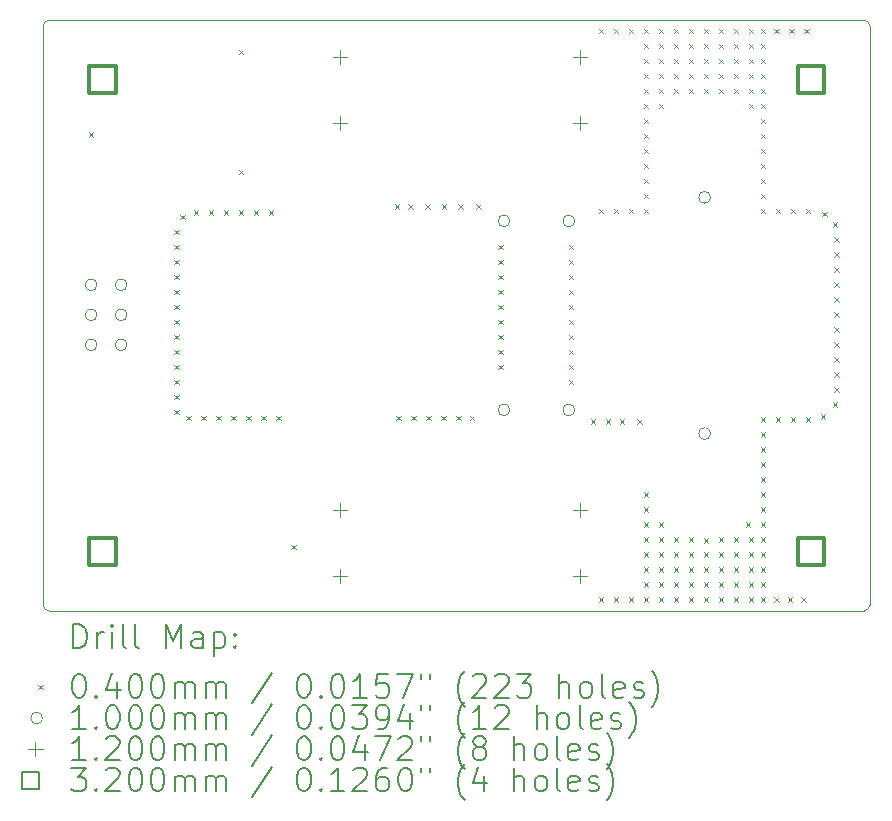
<source format=gbr>
%TF.GenerationSoftware,KiCad,Pcbnew,7.0.9-7.0.9~ubuntu20.04.1*%
%TF.CreationDate,2023-12-17T17:20:16+01:00*%
%TF.ProjectId,swr,7377722e-6b69-4636-9164-5f7063625858,1.0*%
%TF.SameCoordinates,Original*%
%TF.FileFunction,Drillmap*%
%TF.FilePolarity,Positive*%
%FSLAX45Y45*%
G04 Gerber Fmt 4.5, Leading zero omitted, Abs format (unit mm)*
G04 Created by KiCad (PCBNEW 7.0.9-7.0.9~ubuntu20.04.1) date 2023-12-17 17:20:16*
%MOMM*%
%LPD*%
G01*
G04 APERTURE LIST*
%ADD10C,0.100000*%
%ADD11C,0.200000*%
%ADD12C,0.120000*%
%ADD13C,0.320000*%
G04 APERTURE END LIST*
D10*
X16500000Y-9950000D02*
X16500000Y-5050000D01*
X9550000Y-10000000D02*
X16450000Y-10000000D01*
X9500000Y-5050000D02*
X9500000Y-9950000D01*
X16450000Y-10000000D02*
G75*
G03*
X16500000Y-9950000I0J50000D01*
G01*
X9500000Y-9950000D02*
G75*
G03*
X9550000Y-10000000I50000J0D01*
G01*
X16500000Y-5050000D02*
G75*
G03*
X16450000Y-5000000I-50000J0D01*
G01*
X9550000Y-5000000D02*
G75*
G03*
X9500000Y-5050000I0J-50000D01*
G01*
X16450000Y-5000000D02*
X9550000Y-5000000D01*
D11*
D10*
X9886000Y-5949000D02*
X9926000Y-5989000D01*
X9926000Y-5949000D02*
X9886000Y-5989000D01*
X10609900Y-6774500D02*
X10649900Y-6814500D01*
X10649900Y-6774500D02*
X10609900Y-6814500D01*
X10609900Y-6901500D02*
X10649900Y-6941500D01*
X10649900Y-6901500D02*
X10609900Y-6941500D01*
X10609900Y-7028500D02*
X10649900Y-7068500D01*
X10649900Y-7028500D02*
X10609900Y-7068500D01*
X10609900Y-7155500D02*
X10649900Y-7195500D01*
X10649900Y-7155500D02*
X10609900Y-7195500D01*
X10609900Y-7282500D02*
X10649900Y-7322500D01*
X10649900Y-7282500D02*
X10609900Y-7322500D01*
X10609900Y-7409500D02*
X10649900Y-7449500D01*
X10649900Y-7409500D02*
X10609900Y-7449500D01*
X10609900Y-7536500D02*
X10649900Y-7576500D01*
X10649900Y-7536500D02*
X10609900Y-7576500D01*
X10609900Y-7663500D02*
X10649900Y-7703500D01*
X10649900Y-7663500D02*
X10609900Y-7703500D01*
X10609900Y-7790500D02*
X10649900Y-7830500D01*
X10649900Y-7790500D02*
X10609900Y-7830500D01*
X10609900Y-7917500D02*
X10649900Y-7957500D01*
X10649900Y-7917500D02*
X10609900Y-7957500D01*
X10609900Y-8044500D02*
X10649900Y-8084500D01*
X10649900Y-8044500D02*
X10609900Y-8084500D01*
X10609900Y-8171500D02*
X10649900Y-8211500D01*
X10649900Y-8171500D02*
X10609900Y-8211500D01*
X10609900Y-8298500D02*
X10649900Y-8338500D01*
X10649900Y-8298500D02*
X10609900Y-8338500D01*
X10660700Y-6647500D02*
X10700700Y-6687500D01*
X10700700Y-6647500D02*
X10660700Y-6687500D01*
X10711500Y-8349300D02*
X10751500Y-8389300D01*
X10751500Y-8349300D02*
X10711500Y-8389300D01*
X10775000Y-6609400D02*
X10815000Y-6649400D01*
X10815000Y-6609400D02*
X10775000Y-6649400D01*
X10838500Y-8349300D02*
X10878500Y-8389300D01*
X10878500Y-8349300D02*
X10838500Y-8389300D01*
X10902000Y-6609400D02*
X10942000Y-6649400D01*
X10942000Y-6609400D02*
X10902000Y-6649400D01*
X10965500Y-8349300D02*
X11005500Y-8389300D01*
X11005500Y-8349300D02*
X10965500Y-8389300D01*
X11029000Y-6609400D02*
X11069000Y-6649400D01*
X11069000Y-6609400D02*
X11029000Y-6649400D01*
X11092500Y-8349300D02*
X11132500Y-8389300D01*
X11132500Y-8349300D02*
X11092500Y-8389300D01*
X11156000Y-5250500D02*
X11196000Y-5290500D01*
X11196000Y-5250500D02*
X11156000Y-5290500D01*
X11156000Y-6266500D02*
X11196000Y-6306500D01*
X11196000Y-6266500D02*
X11156000Y-6306500D01*
X11156000Y-6609400D02*
X11196000Y-6649400D01*
X11196000Y-6609400D02*
X11156000Y-6649400D01*
X11219500Y-8349300D02*
X11259500Y-8389300D01*
X11259500Y-8349300D02*
X11219500Y-8389300D01*
X11283000Y-6609400D02*
X11323000Y-6649400D01*
X11323000Y-6609400D02*
X11283000Y-6649400D01*
X11346500Y-8349300D02*
X11386500Y-8389300D01*
X11386500Y-8349300D02*
X11346500Y-8389300D01*
X11410000Y-6609400D02*
X11450000Y-6649400D01*
X11450000Y-6609400D02*
X11410000Y-6649400D01*
X11473500Y-8349300D02*
X11513500Y-8389300D01*
X11513500Y-8349300D02*
X11473500Y-8389300D01*
X11600500Y-9441500D02*
X11640500Y-9481500D01*
X11640500Y-9441500D02*
X11600500Y-9481500D01*
X12476800Y-6558600D02*
X12516800Y-6598600D01*
X12516800Y-6558600D02*
X12476800Y-6598600D01*
X12489500Y-8349300D02*
X12529500Y-8389300D01*
X12529500Y-8349300D02*
X12489500Y-8389300D01*
X12591100Y-6558600D02*
X12631100Y-6598600D01*
X12631100Y-6558600D02*
X12591100Y-6598600D01*
X12616500Y-8349300D02*
X12656500Y-8389300D01*
X12656500Y-8349300D02*
X12616500Y-8389300D01*
X12731500Y-6555000D02*
X12771500Y-6595000D01*
X12771500Y-6555000D02*
X12731500Y-6595000D01*
X12743500Y-8349300D02*
X12783500Y-8389300D01*
X12783500Y-8349300D02*
X12743500Y-8389300D01*
X12870500Y-8349300D02*
X12910500Y-8389300D01*
X12910500Y-8349300D02*
X12870500Y-8389300D01*
X12874100Y-6555000D02*
X12914100Y-6595000D01*
X12914100Y-6555000D02*
X12874100Y-6595000D01*
X12997500Y-8349300D02*
X13037500Y-8389300D01*
X13037500Y-8349300D02*
X12997500Y-8389300D01*
X13013800Y-6555000D02*
X13053800Y-6595000D01*
X13053800Y-6555000D02*
X13013800Y-6595000D01*
X13111800Y-8349300D02*
X13151800Y-8389300D01*
X13151800Y-8349300D02*
X13111800Y-8389300D01*
X13166200Y-6555000D02*
X13206200Y-6595000D01*
X13206200Y-6555000D02*
X13166200Y-6595000D01*
X13353100Y-6901500D02*
X13393100Y-6941500D01*
X13393100Y-6901500D02*
X13353100Y-6941500D01*
X13353100Y-7028500D02*
X13393100Y-7068500D01*
X13393100Y-7028500D02*
X13353100Y-7068500D01*
X13353100Y-7155500D02*
X13393100Y-7195500D01*
X13393100Y-7155500D02*
X13353100Y-7195500D01*
X13353100Y-7282500D02*
X13393100Y-7322500D01*
X13393100Y-7282500D02*
X13353100Y-7322500D01*
X13353100Y-7409500D02*
X13393100Y-7449500D01*
X13393100Y-7409500D02*
X13353100Y-7449500D01*
X13353100Y-7536500D02*
X13393100Y-7576500D01*
X13393100Y-7536500D02*
X13353100Y-7576500D01*
X13353100Y-7663500D02*
X13393100Y-7703500D01*
X13393100Y-7663500D02*
X13353100Y-7703500D01*
X13353100Y-7790500D02*
X13393100Y-7830500D01*
X13393100Y-7790500D02*
X13353100Y-7830500D01*
X13353100Y-7917500D02*
X13393100Y-7957500D01*
X13393100Y-7917500D02*
X13353100Y-7957500D01*
X13950000Y-6901500D02*
X13990000Y-6941500D01*
X13990000Y-6901500D02*
X13950000Y-6941500D01*
X13950000Y-7028500D02*
X13990000Y-7068500D01*
X13990000Y-7028500D02*
X13950000Y-7068500D01*
X13950000Y-7155500D02*
X13990000Y-7195500D01*
X13990000Y-7155500D02*
X13950000Y-7195500D01*
X13950000Y-7282500D02*
X13990000Y-7322500D01*
X13990000Y-7282500D02*
X13950000Y-7322500D01*
X13950000Y-7409500D02*
X13990000Y-7449500D01*
X13990000Y-7409500D02*
X13950000Y-7449500D01*
X13950000Y-7536500D02*
X13990000Y-7576500D01*
X13990000Y-7536500D02*
X13950000Y-7576500D01*
X13950000Y-7663500D02*
X13990000Y-7703500D01*
X13990000Y-7663500D02*
X13950000Y-7703500D01*
X13950000Y-7790500D02*
X13990000Y-7830500D01*
X13990000Y-7790500D02*
X13950000Y-7830500D01*
X13950000Y-7917500D02*
X13990000Y-7957500D01*
X13990000Y-7917500D02*
X13950000Y-7957500D01*
X13950000Y-8044500D02*
X13990000Y-8084500D01*
X13990000Y-8044500D02*
X13950000Y-8084500D01*
X14135200Y-8380000D02*
X14175200Y-8420000D01*
X14175200Y-8380000D02*
X14135200Y-8420000D01*
X14204000Y-5072700D02*
X14244000Y-5112700D01*
X14244000Y-5072700D02*
X14204000Y-5112700D01*
X14204000Y-6596700D02*
X14244000Y-6636700D01*
X14244000Y-6596700D02*
X14204000Y-6636700D01*
X14204000Y-9886000D02*
X14244000Y-9926000D01*
X14244000Y-9886000D02*
X14204000Y-9926000D01*
X14262200Y-8380000D02*
X14302200Y-8420000D01*
X14302200Y-8380000D02*
X14262200Y-8420000D01*
X14331000Y-5072700D02*
X14371000Y-5112700D01*
X14371000Y-5072700D02*
X14331000Y-5112700D01*
X14331000Y-6596700D02*
X14371000Y-6636700D01*
X14371000Y-6596700D02*
X14331000Y-6636700D01*
X14331000Y-9886000D02*
X14371000Y-9926000D01*
X14371000Y-9886000D02*
X14331000Y-9926000D01*
X14380000Y-8380000D02*
X14420000Y-8420000D01*
X14420000Y-8380000D02*
X14380000Y-8420000D01*
X14458000Y-5072700D02*
X14498000Y-5112700D01*
X14498000Y-5072700D02*
X14458000Y-5112700D01*
X14458000Y-6596700D02*
X14498000Y-6636700D01*
X14498000Y-6596700D02*
X14458000Y-6636700D01*
X14458000Y-9886000D02*
X14498000Y-9926000D01*
X14498000Y-9886000D02*
X14458000Y-9926000D01*
X14526580Y-8379780D02*
X14566580Y-8419780D01*
X14566580Y-8379780D02*
X14526580Y-8419780D01*
X14585000Y-5072700D02*
X14625000Y-5112700D01*
X14625000Y-5072700D02*
X14585000Y-5112700D01*
X14585000Y-5199700D02*
X14625000Y-5239700D01*
X14625000Y-5199700D02*
X14585000Y-5239700D01*
X14585000Y-5326700D02*
X14625000Y-5366700D01*
X14625000Y-5326700D02*
X14585000Y-5366700D01*
X14585000Y-5453700D02*
X14625000Y-5493700D01*
X14625000Y-5453700D02*
X14585000Y-5493700D01*
X14585000Y-5580700D02*
X14625000Y-5620700D01*
X14625000Y-5580700D02*
X14585000Y-5620700D01*
X14585000Y-5707700D02*
X14625000Y-5747700D01*
X14625000Y-5707700D02*
X14585000Y-5747700D01*
X14585000Y-5834700D02*
X14625000Y-5874700D01*
X14625000Y-5834700D02*
X14585000Y-5874700D01*
X14585000Y-5961700D02*
X14625000Y-6001700D01*
X14625000Y-5961700D02*
X14585000Y-6001700D01*
X14585000Y-6088700D02*
X14625000Y-6128700D01*
X14625000Y-6088700D02*
X14585000Y-6128700D01*
X14585000Y-6215700D02*
X14625000Y-6255700D01*
X14625000Y-6215700D02*
X14585000Y-6255700D01*
X14585000Y-6342700D02*
X14625000Y-6382700D01*
X14625000Y-6342700D02*
X14585000Y-6382700D01*
X14585000Y-6469700D02*
X14625000Y-6509700D01*
X14625000Y-6469700D02*
X14585000Y-6509700D01*
X14585000Y-6596700D02*
X14625000Y-6636700D01*
X14625000Y-6596700D02*
X14585000Y-6636700D01*
X14585000Y-8997000D02*
X14625000Y-9037000D01*
X14625000Y-8997000D02*
X14585000Y-9037000D01*
X14585000Y-9124000D02*
X14625000Y-9164000D01*
X14625000Y-9124000D02*
X14585000Y-9164000D01*
X14585000Y-9251000D02*
X14625000Y-9291000D01*
X14625000Y-9251000D02*
X14585000Y-9291000D01*
X14585000Y-9378000D02*
X14625000Y-9418000D01*
X14625000Y-9378000D02*
X14585000Y-9418000D01*
X14585000Y-9505000D02*
X14625000Y-9545000D01*
X14625000Y-9505000D02*
X14585000Y-9545000D01*
X14585000Y-9632000D02*
X14625000Y-9672000D01*
X14625000Y-9632000D02*
X14585000Y-9672000D01*
X14585000Y-9759000D02*
X14625000Y-9799000D01*
X14625000Y-9759000D02*
X14585000Y-9799000D01*
X14585000Y-9886000D02*
X14625000Y-9926000D01*
X14625000Y-9886000D02*
X14585000Y-9926000D01*
X14712000Y-5072700D02*
X14752000Y-5112700D01*
X14752000Y-5072700D02*
X14712000Y-5112700D01*
X14712000Y-5199700D02*
X14752000Y-5239700D01*
X14752000Y-5199700D02*
X14712000Y-5239700D01*
X14712000Y-5326700D02*
X14752000Y-5366700D01*
X14752000Y-5326700D02*
X14712000Y-5366700D01*
X14712000Y-5453700D02*
X14752000Y-5493700D01*
X14752000Y-5453700D02*
X14712000Y-5493700D01*
X14712000Y-5580700D02*
X14752000Y-5620700D01*
X14752000Y-5580700D02*
X14712000Y-5620700D01*
X14712000Y-5707700D02*
X14752000Y-5747700D01*
X14752000Y-5707700D02*
X14712000Y-5747700D01*
X14712000Y-9251000D02*
X14752000Y-9291000D01*
X14752000Y-9251000D02*
X14712000Y-9291000D01*
X14712000Y-9378000D02*
X14752000Y-9418000D01*
X14752000Y-9378000D02*
X14712000Y-9418000D01*
X14712000Y-9505000D02*
X14752000Y-9545000D01*
X14752000Y-9505000D02*
X14712000Y-9545000D01*
X14712000Y-9632000D02*
X14752000Y-9672000D01*
X14752000Y-9632000D02*
X14712000Y-9672000D01*
X14712000Y-9759000D02*
X14752000Y-9799000D01*
X14752000Y-9759000D02*
X14712000Y-9799000D01*
X14712000Y-9886000D02*
X14752000Y-9926000D01*
X14752000Y-9886000D02*
X14712000Y-9926000D01*
X14839000Y-5072700D02*
X14879000Y-5112700D01*
X14879000Y-5072700D02*
X14839000Y-5112700D01*
X14839000Y-5199700D02*
X14879000Y-5239700D01*
X14879000Y-5199700D02*
X14839000Y-5239700D01*
X14839000Y-5326700D02*
X14879000Y-5366700D01*
X14879000Y-5326700D02*
X14839000Y-5366700D01*
X14839000Y-5453700D02*
X14879000Y-5493700D01*
X14879000Y-5453700D02*
X14839000Y-5493700D01*
X14839000Y-5580700D02*
X14879000Y-5620700D01*
X14879000Y-5580700D02*
X14839000Y-5620700D01*
X14839000Y-9378000D02*
X14879000Y-9418000D01*
X14879000Y-9378000D02*
X14839000Y-9418000D01*
X14839000Y-9505000D02*
X14879000Y-9545000D01*
X14879000Y-9505000D02*
X14839000Y-9545000D01*
X14839000Y-9632000D02*
X14879000Y-9672000D01*
X14879000Y-9632000D02*
X14839000Y-9672000D01*
X14839000Y-9759000D02*
X14879000Y-9799000D01*
X14879000Y-9759000D02*
X14839000Y-9799000D01*
X14839000Y-9886000D02*
X14879000Y-9926000D01*
X14879000Y-9886000D02*
X14839000Y-9926000D01*
X14966000Y-5072700D02*
X15006000Y-5112700D01*
X15006000Y-5072700D02*
X14966000Y-5112700D01*
X14966000Y-5199700D02*
X15006000Y-5239700D01*
X15006000Y-5199700D02*
X14966000Y-5239700D01*
X14966000Y-5326700D02*
X15006000Y-5366700D01*
X15006000Y-5326700D02*
X14966000Y-5366700D01*
X14966000Y-5453700D02*
X15006000Y-5493700D01*
X15006000Y-5453700D02*
X14966000Y-5493700D01*
X14966000Y-5580700D02*
X15006000Y-5620700D01*
X15006000Y-5580700D02*
X14966000Y-5620700D01*
X14966000Y-9378000D02*
X15006000Y-9418000D01*
X15006000Y-9378000D02*
X14966000Y-9418000D01*
X14966000Y-9505000D02*
X15006000Y-9545000D01*
X15006000Y-9505000D02*
X14966000Y-9545000D01*
X14966000Y-9632000D02*
X15006000Y-9672000D01*
X15006000Y-9632000D02*
X14966000Y-9672000D01*
X14966000Y-9759000D02*
X15006000Y-9799000D01*
X15006000Y-9759000D02*
X14966000Y-9799000D01*
X14966000Y-9886000D02*
X15006000Y-9926000D01*
X15006000Y-9886000D02*
X14966000Y-9926000D01*
X15093000Y-5072700D02*
X15133000Y-5112700D01*
X15133000Y-5072700D02*
X15093000Y-5112700D01*
X15093000Y-5199700D02*
X15133000Y-5239700D01*
X15133000Y-5199700D02*
X15093000Y-5239700D01*
X15093000Y-5326700D02*
X15133000Y-5366700D01*
X15133000Y-5326700D02*
X15093000Y-5366700D01*
X15093000Y-5453700D02*
X15133000Y-5493700D01*
X15133000Y-5453700D02*
X15093000Y-5493700D01*
X15093000Y-9383080D02*
X15133000Y-9423080D01*
X15133000Y-9383080D02*
X15093000Y-9423080D01*
X15093000Y-9505000D02*
X15133000Y-9545000D01*
X15133000Y-9505000D02*
X15093000Y-9545000D01*
X15093000Y-9632000D02*
X15133000Y-9672000D01*
X15133000Y-9632000D02*
X15093000Y-9672000D01*
X15093000Y-9759000D02*
X15133000Y-9799000D01*
X15133000Y-9759000D02*
X15093000Y-9799000D01*
X15093000Y-9886000D02*
X15133000Y-9926000D01*
X15133000Y-9886000D02*
X15093000Y-9926000D01*
X15093087Y-5580240D02*
X15133087Y-5620240D01*
X15133087Y-5580240D02*
X15093087Y-5620240D01*
X15220000Y-5072700D02*
X15260000Y-5112700D01*
X15260000Y-5072700D02*
X15220000Y-5112700D01*
X15220000Y-5199700D02*
X15260000Y-5239700D01*
X15260000Y-5199700D02*
X15220000Y-5239700D01*
X15220000Y-5326700D02*
X15260000Y-5366700D01*
X15260000Y-5326700D02*
X15220000Y-5366700D01*
X15220000Y-5453700D02*
X15260000Y-5493700D01*
X15260000Y-5453700D02*
X15220000Y-5493700D01*
X15220000Y-5580700D02*
X15260000Y-5620700D01*
X15260000Y-5580700D02*
X15220000Y-5620700D01*
X15220000Y-9378000D02*
X15260000Y-9418000D01*
X15260000Y-9378000D02*
X15220000Y-9418000D01*
X15220000Y-9505000D02*
X15260000Y-9545000D01*
X15260000Y-9505000D02*
X15220000Y-9545000D01*
X15220000Y-9632000D02*
X15260000Y-9672000D01*
X15260000Y-9632000D02*
X15220000Y-9672000D01*
X15220000Y-9759000D02*
X15260000Y-9799000D01*
X15260000Y-9759000D02*
X15220000Y-9799000D01*
X15220000Y-9886000D02*
X15260000Y-9926000D01*
X15260000Y-9886000D02*
X15220000Y-9926000D01*
X15347000Y-5072700D02*
X15387000Y-5112700D01*
X15387000Y-5072700D02*
X15347000Y-5112700D01*
X15347000Y-5199700D02*
X15387000Y-5239700D01*
X15387000Y-5199700D02*
X15347000Y-5239700D01*
X15347000Y-5326700D02*
X15387000Y-5366700D01*
X15387000Y-5326700D02*
X15347000Y-5366700D01*
X15347000Y-5453700D02*
X15387000Y-5493700D01*
X15387000Y-5453700D02*
X15347000Y-5493700D01*
X15347000Y-5580700D02*
X15387000Y-5620700D01*
X15387000Y-5580700D02*
X15347000Y-5620700D01*
X15347000Y-9378000D02*
X15387000Y-9418000D01*
X15387000Y-9378000D02*
X15347000Y-9418000D01*
X15347000Y-9505000D02*
X15387000Y-9545000D01*
X15387000Y-9505000D02*
X15347000Y-9545000D01*
X15347000Y-9632000D02*
X15387000Y-9672000D01*
X15387000Y-9632000D02*
X15347000Y-9672000D01*
X15347000Y-9759000D02*
X15387000Y-9799000D01*
X15387000Y-9759000D02*
X15347000Y-9799000D01*
X15347000Y-9886000D02*
X15387000Y-9926000D01*
X15387000Y-9886000D02*
X15347000Y-9926000D01*
X15448600Y-9251000D02*
X15488600Y-9291000D01*
X15488600Y-9251000D02*
X15448600Y-9291000D01*
X15474000Y-5072700D02*
X15514000Y-5112700D01*
X15514000Y-5072700D02*
X15474000Y-5112700D01*
X15474000Y-5199700D02*
X15514000Y-5239700D01*
X15514000Y-5199700D02*
X15474000Y-5239700D01*
X15474000Y-5326700D02*
X15514000Y-5366700D01*
X15514000Y-5326700D02*
X15474000Y-5366700D01*
X15474000Y-5453700D02*
X15514000Y-5493700D01*
X15514000Y-5453700D02*
X15474000Y-5493700D01*
X15474000Y-5580700D02*
X15514000Y-5620700D01*
X15514000Y-5580700D02*
X15474000Y-5620700D01*
X15474000Y-5707700D02*
X15514000Y-5747700D01*
X15514000Y-5707700D02*
X15474000Y-5747700D01*
X15474000Y-9378000D02*
X15514000Y-9418000D01*
X15514000Y-9378000D02*
X15474000Y-9418000D01*
X15474000Y-9505000D02*
X15514000Y-9545000D01*
X15514000Y-9505000D02*
X15474000Y-9545000D01*
X15474000Y-9632000D02*
X15514000Y-9672000D01*
X15514000Y-9632000D02*
X15474000Y-9672000D01*
X15474000Y-9759000D02*
X15514000Y-9799000D01*
X15514000Y-9759000D02*
X15474000Y-9799000D01*
X15474000Y-9886000D02*
X15514000Y-9926000D01*
X15514000Y-9886000D02*
X15474000Y-9926000D01*
X15575600Y-5072700D02*
X15615600Y-5112700D01*
X15615600Y-5072700D02*
X15575600Y-5112700D01*
X15575600Y-5199700D02*
X15615600Y-5239700D01*
X15615600Y-5199700D02*
X15575600Y-5239700D01*
X15575600Y-5326700D02*
X15615600Y-5366700D01*
X15615600Y-5326700D02*
X15575600Y-5366700D01*
X15575600Y-5453700D02*
X15615600Y-5493700D01*
X15615600Y-5453700D02*
X15575600Y-5493700D01*
X15575600Y-5580700D02*
X15615600Y-5620700D01*
X15615600Y-5580700D02*
X15575600Y-5620700D01*
X15575600Y-5707700D02*
X15615600Y-5747700D01*
X15615600Y-5707700D02*
X15575600Y-5747700D01*
X15575600Y-5834700D02*
X15615600Y-5874700D01*
X15615600Y-5834700D02*
X15575600Y-5874700D01*
X15575600Y-5961700D02*
X15615600Y-6001700D01*
X15615600Y-5961700D02*
X15575600Y-6001700D01*
X15575600Y-6088700D02*
X15615600Y-6128700D01*
X15615600Y-6088700D02*
X15575600Y-6128700D01*
X15575600Y-6215700D02*
X15615600Y-6255700D01*
X15615600Y-6215700D02*
X15575600Y-6255700D01*
X15575600Y-6342700D02*
X15615600Y-6382700D01*
X15615600Y-6342700D02*
X15575600Y-6382700D01*
X15575600Y-6469700D02*
X15615600Y-6509700D01*
X15615600Y-6469700D02*
X15575600Y-6509700D01*
X15575600Y-6596700D02*
X15615600Y-6636700D01*
X15615600Y-6596700D02*
X15575600Y-6636700D01*
X15575600Y-8362000D02*
X15615600Y-8402000D01*
X15615600Y-8362000D02*
X15575600Y-8402000D01*
X15575600Y-8489000D02*
X15615600Y-8529000D01*
X15615600Y-8489000D02*
X15575600Y-8529000D01*
X15575600Y-8616000D02*
X15615600Y-8656000D01*
X15615600Y-8616000D02*
X15575600Y-8656000D01*
X15575600Y-8743000D02*
X15615600Y-8783000D01*
X15615600Y-8743000D02*
X15575600Y-8783000D01*
X15575600Y-8870000D02*
X15615600Y-8910000D01*
X15615600Y-8870000D02*
X15575600Y-8910000D01*
X15575600Y-8997000D02*
X15615600Y-9037000D01*
X15615600Y-8997000D02*
X15575600Y-9037000D01*
X15575600Y-9124000D02*
X15615600Y-9164000D01*
X15615600Y-9124000D02*
X15575600Y-9164000D01*
X15575600Y-9251000D02*
X15615600Y-9291000D01*
X15615600Y-9251000D02*
X15575600Y-9291000D01*
X15575600Y-9378000D02*
X15615600Y-9418000D01*
X15615600Y-9378000D02*
X15575600Y-9418000D01*
X15575600Y-9505000D02*
X15615600Y-9545000D01*
X15615600Y-9505000D02*
X15575600Y-9545000D01*
X15575600Y-9632000D02*
X15615600Y-9672000D01*
X15615600Y-9632000D02*
X15575600Y-9672000D01*
X15575600Y-9759000D02*
X15615600Y-9799000D01*
X15615600Y-9759000D02*
X15575600Y-9799000D01*
X15575600Y-9886000D02*
X15615600Y-9926000D01*
X15615600Y-9886000D02*
X15575600Y-9926000D01*
X15689900Y-5072700D02*
X15729900Y-5112700D01*
X15729900Y-5072700D02*
X15689900Y-5112700D01*
X15689900Y-9886000D02*
X15729900Y-9926000D01*
X15729900Y-9886000D02*
X15689900Y-9926000D01*
X15702600Y-6596700D02*
X15742600Y-6636700D01*
X15742600Y-6596700D02*
X15702600Y-6636700D01*
X15702600Y-8362000D02*
X15742600Y-8402000D01*
X15742600Y-8362000D02*
X15702600Y-8402000D01*
X15804200Y-9886000D02*
X15844200Y-9926000D01*
X15844200Y-9886000D02*
X15804200Y-9926000D01*
X15816900Y-5072700D02*
X15856900Y-5112700D01*
X15856900Y-5072700D02*
X15816900Y-5112700D01*
X15829600Y-6596700D02*
X15869600Y-6636700D01*
X15869600Y-6596700D02*
X15829600Y-6636700D01*
X15829600Y-8362000D02*
X15869600Y-8402000D01*
X15869600Y-8362000D02*
X15829600Y-8402000D01*
X15918500Y-9886000D02*
X15958500Y-9926000D01*
X15958500Y-9886000D02*
X15918500Y-9926000D01*
X15943900Y-5072700D02*
X15983900Y-5112700D01*
X15983900Y-5072700D02*
X15943900Y-5112700D01*
X15956600Y-6596700D02*
X15996600Y-6636700D01*
X15996600Y-6596700D02*
X15956600Y-6636700D01*
X15956600Y-8362000D02*
X15996600Y-8402000D01*
X15996600Y-8362000D02*
X15956600Y-8402000D01*
X16083600Y-8336600D02*
X16123600Y-8376600D01*
X16123600Y-8336600D02*
X16083600Y-8376600D01*
X16096300Y-6622100D02*
X16136300Y-6662100D01*
X16136300Y-6622100D02*
X16096300Y-6662100D01*
X16185200Y-6711000D02*
X16225200Y-6751000D01*
X16225200Y-6711000D02*
X16185200Y-6751000D01*
X16185200Y-8235000D02*
X16225200Y-8275000D01*
X16225200Y-8235000D02*
X16185200Y-8275000D01*
X16197900Y-6838000D02*
X16237900Y-6878000D01*
X16237900Y-6838000D02*
X16197900Y-6878000D01*
X16197900Y-6965000D02*
X16237900Y-7005000D01*
X16237900Y-6965000D02*
X16197900Y-7005000D01*
X16197900Y-7092000D02*
X16237900Y-7132000D01*
X16237900Y-7092000D02*
X16197900Y-7132000D01*
X16197900Y-7219000D02*
X16237900Y-7259000D01*
X16237900Y-7219000D02*
X16197900Y-7259000D01*
X16197900Y-7346000D02*
X16237900Y-7386000D01*
X16237900Y-7346000D02*
X16197900Y-7386000D01*
X16197900Y-7473000D02*
X16237900Y-7513000D01*
X16237900Y-7473000D02*
X16197900Y-7513000D01*
X16197900Y-7600000D02*
X16237900Y-7640000D01*
X16237900Y-7600000D02*
X16197900Y-7640000D01*
X16197900Y-7727000D02*
X16237900Y-7767000D01*
X16237900Y-7727000D02*
X16197900Y-7767000D01*
X16197900Y-7854000D02*
X16237900Y-7894000D01*
X16237900Y-7854000D02*
X16197900Y-7894000D01*
X16197900Y-7981000D02*
X16237900Y-8021000D01*
X16237900Y-7981000D02*
X16197900Y-8021000D01*
X16197900Y-8108000D02*
X16237900Y-8148000D01*
X16237900Y-8108000D02*
X16197900Y-8148000D01*
X9956000Y-7240500D02*
G75*
G03*
X9956000Y-7240500I-50000J0D01*
G01*
X9956000Y-7494500D02*
G75*
G03*
X9956000Y-7494500I-50000J0D01*
G01*
X9956000Y-7748500D02*
G75*
G03*
X9956000Y-7748500I-50000J0D01*
G01*
X10210000Y-7240500D02*
G75*
G03*
X10210000Y-7240500I-50000J0D01*
G01*
X10210000Y-7494500D02*
G75*
G03*
X10210000Y-7494500I-50000J0D01*
G01*
X10210000Y-7748500D02*
G75*
G03*
X10210000Y-7748500I-50000J0D01*
G01*
X13451500Y-6700000D02*
G75*
G03*
X13451500Y-6700000I-50000J0D01*
G01*
X13451500Y-8300000D02*
G75*
G03*
X13451500Y-8300000I-50000J0D01*
G01*
X14000000Y-6700000D02*
G75*
G03*
X14000000Y-6700000I-50000J0D01*
G01*
X14000000Y-8300000D02*
G75*
G03*
X14000000Y-8300000I-50000J0D01*
G01*
X15150000Y-6500000D02*
G75*
G03*
X15150000Y-6500000I-50000J0D01*
G01*
X15150000Y-8500000D02*
G75*
G03*
X15150000Y-8500000I-50000J0D01*
G01*
D12*
X12014200Y-5248600D02*
X12014200Y-5368600D01*
X11954200Y-5308600D02*
X12074200Y-5308600D01*
X12014200Y-5807400D02*
X12014200Y-5927400D01*
X11954200Y-5867400D02*
X12074200Y-5867400D01*
X12014200Y-9084000D02*
X12014200Y-9204000D01*
X11954200Y-9144000D02*
X12074200Y-9144000D01*
X12014200Y-9642800D02*
X12014200Y-9762800D01*
X11954200Y-9702800D02*
X12074200Y-9702800D01*
X14046200Y-5248600D02*
X14046200Y-5368600D01*
X13986200Y-5308600D02*
X14106200Y-5308600D01*
X14046200Y-5807400D02*
X14046200Y-5927400D01*
X13986200Y-5867400D02*
X14106200Y-5867400D01*
X14046200Y-9084000D02*
X14046200Y-9204000D01*
X13986200Y-9144000D02*
X14106200Y-9144000D01*
X14046200Y-9642800D02*
X14046200Y-9762800D01*
X13986200Y-9702800D02*
X14106200Y-9702800D01*
D13*
X10113138Y-5613138D02*
X10113138Y-5386862D01*
X9886862Y-5386862D01*
X9886862Y-5613138D01*
X10113138Y-5613138D01*
X10113138Y-9613138D02*
X10113138Y-9386862D01*
X9886862Y-9386862D01*
X9886862Y-9613138D01*
X10113138Y-9613138D01*
X16113138Y-5613138D02*
X16113138Y-5386862D01*
X15886862Y-5386862D01*
X15886862Y-5613138D01*
X16113138Y-5613138D01*
X16113138Y-9613138D02*
X16113138Y-9386862D01*
X15886862Y-9386862D01*
X15886862Y-9613138D01*
X16113138Y-9613138D01*
D11*
X9755777Y-10316484D02*
X9755777Y-10116484D01*
X9755777Y-10116484D02*
X9803396Y-10116484D01*
X9803396Y-10116484D02*
X9831967Y-10126008D01*
X9831967Y-10126008D02*
X9851015Y-10145055D01*
X9851015Y-10145055D02*
X9860539Y-10164103D01*
X9860539Y-10164103D02*
X9870063Y-10202198D01*
X9870063Y-10202198D02*
X9870063Y-10230770D01*
X9870063Y-10230770D02*
X9860539Y-10268865D01*
X9860539Y-10268865D02*
X9851015Y-10287912D01*
X9851015Y-10287912D02*
X9831967Y-10306960D01*
X9831967Y-10306960D02*
X9803396Y-10316484D01*
X9803396Y-10316484D02*
X9755777Y-10316484D01*
X9955777Y-10316484D02*
X9955777Y-10183150D01*
X9955777Y-10221246D02*
X9965301Y-10202198D01*
X9965301Y-10202198D02*
X9974824Y-10192674D01*
X9974824Y-10192674D02*
X9993872Y-10183150D01*
X9993872Y-10183150D02*
X10012920Y-10183150D01*
X10079586Y-10316484D02*
X10079586Y-10183150D01*
X10079586Y-10116484D02*
X10070063Y-10126008D01*
X10070063Y-10126008D02*
X10079586Y-10135531D01*
X10079586Y-10135531D02*
X10089110Y-10126008D01*
X10089110Y-10126008D02*
X10079586Y-10116484D01*
X10079586Y-10116484D02*
X10079586Y-10135531D01*
X10203396Y-10316484D02*
X10184348Y-10306960D01*
X10184348Y-10306960D02*
X10174824Y-10287912D01*
X10174824Y-10287912D02*
X10174824Y-10116484D01*
X10308158Y-10316484D02*
X10289110Y-10306960D01*
X10289110Y-10306960D02*
X10279586Y-10287912D01*
X10279586Y-10287912D02*
X10279586Y-10116484D01*
X10536729Y-10316484D02*
X10536729Y-10116484D01*
X10536729Y-10116484D02*
X10603396Y-10259341D01*
X10603396Y-10259341D02*
X10670063Y-10116484D01*
X10670063Y-10116484D02*
X10670063Y-10316484D01*
X10851015Y-10316484D02*
X10851015Y-10211722D01*
X10851015Y-10211722D02*
X10841491Y-10192674D01*
X10841491Y-10192674D02*
X10822444Y-10183150D01*
X10822444Y-10183150D02*
X10784348Y-10183150D01*
X10784348Y-10183150D02*
X10765301Y-10192674D01*
X10851015Y-10306960D02*
X10831967Y-10316484D01*
X10831967Y-10316484D02*
X10784348Y-10316484D01*
X10784348Y-10316484D02*
X10765301Y-10306960D01*
X10765301Y-10306960D02*
X10755777Y-10287912D01*
X10755777Y-10287912D02*
X10755777Y-10268865D01*
X10755777Y-10268865D02*
X10765301Y-10249817D01*
X10765301Y-10249817D02*
X10784348Y-10240293D01*
X10784348Y-10240293D02*
X10831967Y-10240293D01*
X10831967Y-10240293D02*
X10851015Y-10230770D01*
X10946253Y-10183150D02*
X10946253Y-10383150D01*
X10946253Y-10192674D02*
X10965301Y-10183150D01*
X10965301Y-10183150D02*
X11003396Y-10183150D01*
X11003396Y-10183150D02*
X11022444Y-10192674D01*
X11022444Y-10192674D02*
X11031967Y-10202198D01*
X11031967Y-10202198D02*
X11041491Y-10221246D01*
X11041491Y-10221246D02*
X11041491Y-10278389D01*
X11041491Y-10278389D02*
X11031967Y-10297436D01*
X11031967Y-10297436D02*
X11022444Y-10306960D01*
X11022444Y-10306960D02*
X11003396Y-10316484D01*
X11003396Y-10316484D02*
X10965301Y-10316484D01*
X10965301Y-10316484D02*
X10946253Y-10306960D01*
X11127205Y-10297436D02*
X11136729Y-10306960D01*
X11136729Y-10306960D02*
X11127205Y-10316484D01*
X11127205Y-10316484D02*
X11117682Y-10306960D01*
X11117682Y-10306960D02*
X11127205Y-10297436D01*
X11127205Y-10297436D02*
X11127205Y-10316484D01*
X11127205Y-10192674D02*
X11136729Y-10202198D01*
X11136729Y-10202198D02*
X11127205Y-10211722D01*
X11127205Y-10211722D02*
X11117682Y-10202198D01*
X11117682Y-10202198D02*
X11127205Y-10192674D01*
X11127205Y-10192674D02*
X11127205Y-10211722D01*
D10*
X9455000Y-10625000D02*
X9495000Y-10665000D01*
X9495000Y-10625000D02*
X9455000Y-10665000D01*
D11*
X9793872Y-10536484D02*
X9812920Y-10536484D01*
X9812920Y-10536484D02*
X9831967Y-10546008D01*
X9831967Y-10546008D02*
X9841491Y-10555531D01*
X9841491Y-10555531D02*
X9851015Y-10574579D01*
X9851015Y-10574579D02*
X9860539Y-10612674D01*
X9860539Y-10612674D02*
X9860539Y-10660293D01*
X9860539Y-10660293D02*
X9851015Y-10698389D01*
X9851015Y-10698389D02*
X9841491Y-10717436D01*
X9841491Y-10717436D02*
X9831967Y-10726960D01*
X9831967Y-10726960D02*
X9812920Y-10736484D01*
X9812920Y-10736484D02*
X9793872Y-10736484D01*
X9793872Y-10736484D02*
X9774824Y-10726960D01*
X9774824Y-10726960D02*
X9765301Y-10717436D01*
X9765301Y-10717436D02*
X9755777Y-10698389D01*
X9755777Y-10698389D02*
X9746253Y-10660293D01*
X9746253Y-10660293D02*
X9746253Y-10612674D01*
X9746253Y-10612674D02*
X9755777Y-10574579D01*
X9755777Y-10574579D02*
X9765301Y-10555531D01*
X9765301Y-10555531D02*
X9774824Y-10546008D01*
X9774824Y-10546008D02*
X9793872Y-10536484D01*
X9946253Y-10717436D02*
X9955777Y-10726960D01*
X9955777Y-10726960D02*
X9946253Y-10736484D01*
X9946253Y-10736484D02*
X9936729Y-10726960D01*
X9936729Y-10726960D02*
X9946253Y-10717436D01*
X9946253Y-10717436D02*
X9946253Y-10736484D01*
X10127205Y-10603150D02*
X10127205Y-10736484D01*
X10079586Y-10526960D02*
X10031967Y-10669817D01*
X10031967Y-10669817D02*
X10155777Y-10669817D01*
X10270063Y-10536484D02*
X10289110Y-10536484D01*
X10289110Y-10536484D02*
X10308158Y-10546008D01*
X10308158Y-10546008D02*
X10317682Y-10555531D01*
X10317682Y-10555531D02*
X10327205Y-10574579D01*
X10327205Y-10574579D02*
X10336729Y-10612674D01*
X10336729Y-10612674D02*
X10336729Y-10660293D01*
X10336729Y-10660293D02*
X10327205Y-10698389D01*
X10327205Y-10698389D02*
X10317682Y-10717436D01*
X10317682Y-10717436D02*
X10308158Y-10726960D01*
X10308158Y-10726960D02*
X10289110Y-10736484D01*
X10289110Y-10736484D02*
X10270063Y-10736484D01*
X10270063Y-10736484D02*
X10251015Y-10726960D01*
X10251015Y-10726960D02*
X10241491Y-10717436D01*
X10241491Y-10717436D02*
X10231967Y-10698389D01*
X10231967Y-10698389D02*
X10222444Y-10660293D01*
X10222444Y-10660293D02*
X10222444Y-10612674D01*
X10222444Y-10612674D02*
X10231967Y-10574579D01*
X10231967Y-10574579D02*
X10241491Y-10555531D01*
X10241491Y-10555531D02*
X10251015Y-10546008D01*
X10251015Y-10546008D02*
X10270063Y-10536484D01*
X10460539Y-10536484D02*
X10479586Y-10536484D01*
X10479586Y-10536484D02*
X10498634Y-10546008D01*
X10498634Y-10546008D02*
X10508158Y-10555531D01*
X10508158Y-10555531D02*
X10517682Y-10574579D01*
X10517682Y-10574579D02*
X10527205Y-10612674D01*
X10527205Y-10612674D02*
X10527205Y-10660293D01*
X10527205Y-10660293D02*
X10517682Y-10698389D01*
X10517682Y-10698389D02*
X10508158Y-10717436D01*
X10508158Y-10717436D02*
X10498634Y-10726960D01*
X10498634Y-10726960D02*
X10479586Y-10736484D01*
X10479586Y-10736484D02*
X10460539Y-10736484D01*
X10460539Y-10736484D02*
X10441491Y-10726960D01*
X10441491Y-10726960D02*
X10431967Y-10717436D01*
X10431967Y-10717436D02*
X10422444Y-10698389D01*
X10422444Y-10698389D02*
X10412920Y-10660293D01*
X10412920Y-10660293D02*
X10412920Y-10612674D01*
X10412920Y-10612674D02*
X10422444Y-10574579D01*
X10422444Y-10574579D02*
X10431967Y-10555531D01*
X10431967Y-10555531D02*
X10441491Y-10546008D01*
X10441491Y-10546008D02*
X10460539Y-10536484D01*
X10612920Y-10736484D02*
X10612920Y-10603150D01*
X10612920Y-10622198D02*
X10622444Y-10612674D01*
X10622444Y-10612674D02*
X10641491Y-10603150D01*
X10641491Y-10603150D02*
X10670063Y-10603150D01*
X10670063Y-10603150D02*
X10689110Y-10612674D01*
X10689110Y-10612674D02*
X10698634Y-10631722D01*
X10698634Y-10631722D02*
X10698634Y-10736484D01*
X10698634Y-10631722D02*
X10708158Y-10612674D01*
X10708158Y-10612674D02*
X10727205Y-10603150D01*
X10727205Y-10603150D02*
X10755777Y-10603150D01*
X10755777Y-10603150D02*
X10774825Y-10612674D01*
X10774825Y-10612674D02*
X10784348Y-10631722D01*
X10784348Y-10631722D02*
X10784348Y-10736484D01*
X10879586Y-10736484D02*
X10879586Y-10603150D01*
X10879586Y-10622198D02*
X10889110Y-10612674D01*
X10889110Y-10612674D02*
X10908158Y-10603150D01*
X10908158Y-10603150D02*
X10936729Y-10603150D01*
X10936729Y-10603150D02*
X10955777Y-10612674D01*
X10955777Y-10612674D02*
X10965301Y-10631722D01*
X10965301Y-10631722D02*
X10965301Y-10736484D01*
X10965301Y-10631722D02*
X10974825Y-10612674D01*
X10974825Y-10612674D02*
X10993872Y-10603150D01*
X10993872Y-10603150D02*
X11022444Y-10603150D01*
X11022444Y-10603150D02*
X11041491Y-10612674D01*
X11041491Y-10612674D02*
X11051015Y-10631722D01*
X11051015Y-10631722D02*
X11051015Y-10736484D01*
X11441491Y-10526960D02*
X11270063Y-10784103D01*
X11698634Y-10536484D02*
X11717682Y-10536484D01*
X11717682Y-10536484D02*
X11736729Y-10546008D01*
X11736729Y-10546008D02*
X11746253Y-10555531D01*
X11746253Y-10555531D02*
X11755777Y-10574579D01*
X11755777Y-10574579D02*
X11765301Y-10612674D01*
X11765301Y-10612674D02*
X11765301Y-10660293D01*
X11765301Y-10660293D02*
X11755777Y-10698389D01*
X11755777Y-10698389D02*
X11746253Y-10717436D01*
X11746253Y-10717436D02*
X11736729Y-10726960D01*
X11736729Y-10726960D02*
X11717682Y-10736484D01*
X11717682Y-10736484D02*
X11698634Y-10736484D01*
X11698634Y-10736484D02*
X11679586Y-10726960D01*
X11679586Y-10726960D02*
X11670063Y-10717436D01*
X11670063Y-10717436D02*
X11660539Y-10698389D01*
X11660539Y-10698389D02*
X11651015Y-10660293D01*
X11651015Y-10660293D02*
X11651015Y-10612674D01*
X11651015Y-10612674D02*
X11660539Y-10574579D01*
X11660539Y-10574579D02*
X11670063Y-10555531D01*
X11670063Y-10555531D02*
X11679586Y-10546008D01*
X11679586Y-10546008D02*
X11698634Y-10536484D01*
X11851015Y-10717436D02*
X11860539Y-10726960D01*
X11860539Y-10726960D02*
X11851015Y-10736484D01*
X11851015Y-10736484D02*
X11841491Y-10726960D01*
X11841491Y-10726960D02*
X11851015Y-10717436D01*
X11851015Y-10717436D02*
X11851015Y-10736484D01*
X11984348Y-10536484D02*
X12003396Y-10536484D01*
X12003396Y-10536484D02*
X12022444Y-10546008D01*
X12022444Y-10546008D02*
X12031967Y-10555531D01*
X12031967Y-10555531D02*
X12041491Y-10574579D01*
X12041491Y-10574579D02*
X12051015Y-10612674D01*
X12051015Y-10612674D02*
X12051015Y-10660293D01*
X12051015Y-10660293D02*
X12041491Y-10698389D01*
X12041491Y-10698389D02*
X12031967Y-10717436D01*
X12031967Y-10717436D02*
X12022444Y-10726960D01*
X12022444Y-10726960D02*
X12003396Y-10736484D01*
X12003396Y-10736484D02*
X11984348Y-10736484D01*
X11984348Y-10736484D02*
X11965301Y-10726960D01*
X11965301Y-10726960D02*
X11955777Y-10717436D01*
X11955777Y-10717436D02*
X11946253Y-10698389D01*
X11946253Y-10698389D02*
X11936729Y-10660293D01*
X11936729Y-10660293D02*
X11936729Y-10612674D01*
X11936729Y-10612674D02*
X11946253Y-10574579D01*
X11946253Y-10574579D02*
X11955777Y-10555531D01*
X11955777Y-10555531D02*
X11965301Y-10546008D01*
X11965301Y-10546008D02*
X11984348Y-10536484D01*
X12241491Y-10736484D02*
X12127206Y-10736484D01*
X12184348Y-10736484D02*
X12184348Y-10536484D01*
X12184348Y-10536484D02*
X12165301Y-10565055D01*
X12165301Y-10565055D02*
X12146253Y-10584103D01*
X12146253Y-10584103D02*
X12127206Y-10593627D01*
X12422444Y-10536484D02*
X12327206Y-10536484D01*
X12327206Y-10536484D02*
X12317682Y-10631722D01*
X12317682Y-10631722D02*
X12327206Y-10622198D01*
X12327206Y-10622198D02*
X12346253Y-10612674D01*
X12346253Y-10612674D02*
X12393872Y-10612674D01*
X12393872Y-10612674D02*
X12412920Y-10622198D01*
X12412920Y-10622198D02*
X12422444Y-10631722D01*
X12422444Y-10631722D02*
X12431967Y-10650770D01*
X12431967Y-10650770D02*
X12431967Y-10698389D01*
X12431967Y-10698389D02*
X12422444Y-10717436D01*
X12422444Y-10717436D02*
X12412920Y-10726960D01*
X12412920Y-10726960D02*
X12393872Y-10736484D01*
X12393872Y-10736484D02*
X12346253Y-10736484D01*
X12346253Y-10736484D02*
X12327206Y-10726960D01*
X12327206Y-10726960D02*
X12317682Y-10717436D01*
X12498634Y-10536484D02*
X12631967Y-10536484D01*
X12631967Y-10536484D02*
X12546253Y-10736484D01*
X12698634Y-10536484D02*
X12698634Y-10574579D01*
X12774825Y-10536484D02*
X12774825Y-10574579D01*
X13070063Y-10812674D02*
X13060539Y-10803150D01*
X13060539Y-10803150D02*
X13041491Y-10774579D01*
X13041491Y-10774579D02*
X13031968Y-10755531D01*
X13031968Y-10755531D02*
X13022444Y-10726960D01*
X13022444Y-10726960D02*
X13012920Y-10679341D01*
X13012920Y-10679341D02*
X13012920Y-10641246D01*
X13012920Y-10641246D02*
X13022444Y-10593627D01*
X13022444Y-10593627D02*
X13031968Y-10565055D01*
X13031968Y-10565055D02*
X13041491Y-10546008D01*
X13041491Y-10546008D02*
X13060539Y-10517436D01*
X13060539Y-10517436D02*
X13070063Y-10507912D01*
X13136729Y-10555531D02*
X13146253Y-10546008D01*
X13146253Y-10546008D02*
X13165301Y-10536484D01*
X13165301Y-10536484D02*
X13212920Y-10536484D01*
X13212920Y-10536484D02*
X13231968Y-10546008D01*
X13231968Y-10546008D02*
X13241491Y-10555531D01*
X13241491Y-10555531D02*
X13251015Y-10574579D01*
X13251015Y-10574579D02*
X13251015Y-10593627D01*
X13251015Y-10593627D02*
X13241491Y-10622198D01*
X13241491Y-10622198D02*
X13127206Y-10736484D01*
X13127206Y-10736484D02*
X13251015Y-10736484D01*
X13327206Y-10555531D02*
X13336729Y-10546008D01*
X13336729Y-10546008D02*
X13355777Y-10536484D01*
X13355777Y-10536484D02*
X13403396Y-10536484D01*
X13403396Y-10536484D02*
X13422444Y-10546008D01*
X13422444Y-10546008D02*
X13431968Y-10555531D01*
X13431968Y-10555531D02*
X13441491Y-10574579D01*
X13441491Y-10574579D02*
X13441491Y-10593627D01*
X13441491Y-10593627D02*
X13431968Y-10622198D01*
X13431968Y-10622198D02*
X13317682Y-10736484D01*
X13317682Y-10736484D02*
X13441491Y-10736484D01*
X13508158Y-10536484D02*
X13631968Y-10536484D01*
X13631968Y-10536484D02*
X13565301Y-10612674D01*
X13565301Y-10612674D02*
X13593872Y-10612674D01*
X13593872Y-10612674D02*
X13612920Y-10622198D01*
X13612920Y-10622198D02*
X13622444Y-10631722D01*
X13622444Y-10631722D02*
X13631968Y-10650770D01*
X13631968Y-10650770D02*
X13631968Y-10698389D01*
X13631968Y-10698389D02*
X13622444Y-10717436D01*
X13622444Y-10717436D02*
X13612920Y-10726960D01*
X13612920Y-10726960D02*
X13593872Y-10736484D01*
X13593872Y-10736484D02*
X13536729Y-10736484D01*
X13536729Y-10736484D02*
X13517682Y-10726960D01*
X13517682Y-10726960D02*
X13508158Y-10717436D01*
X13870063Y-10736484D02*
X13870063Y-10536484D01*
X13955777Y-10736484D02*
X13955777Y-10631722D01*
X13955777Y-10631722D02*
X13946253Y-10612674D01*
X13946253Y-10612674D02*
X13927206Y-10603150D01*
X13927206Y-10603150D02*
X13898634Y-10603150D01*
X13898634Y-10603150D02*
X13879587Y-10612674D01*
X13879587Y-10612674D02*
X13870063Y-10622198D01*
X14079587Y-10736484D02*
X14060539Y-10726960D01*
X14060539Y-10726960D02*
X14051015Y-10717436D01*
X14051015Y-10717436D02*
X14041491Y-10698389D01*
X14041491Y-10698389D02*
X14041491Y-10641246D01*
X14041491Y-10641246D02*
X14051015Y-10622198D01*
X14051015Y-10622198D02*
X14060539Y-10612674D01*
X14060539Y-10612674D02*
X14079587Y-10603150D01*
X14079587Y-10603150D02*
X14108158Y-10603150D01*
X14108158Y-10603150D02*
X14127206Y-10612674D01*
X14127206Y-10612674D02*
X14136730Y-10622198D01*
X14136730Y-10622198D02*
X14146253Y-10641246D01*
X14146253Y-10641246D02*
X14146253Y-10698389D01*
X14146253Y-10698389D02*
X14136730Y-10717436D01*
X14136730Y-10717436D02*
X14127206Y-10726960D01*
X14127206Y-10726960D02*
X14108158Y-10736484D01*
X14108158Y-10736484D02*
X14079587Y-10736484D01*
X14260539Y-10736484D02*
X14241491Y-10726960D01*
X14241491Y-10726960D02*
X14231968Y-10707912D01*
X14231968Y-10707912D02*
X14231968Y-10536484D01*
X14412920Y-10726960D02*
X14393872Y-10736484D01*
X14393872Y-10736484D02*
X14355777Y-10736484D01*
X14355777Y-10736484D02*
X14336730Y-10726960D01*
X14336730Y-10726960D02*
X14327206Y-10707912D01*
X14327206Y-10707912D02*
X14327206Y-10631722D01*
X14327206Y-10631722D02*
X14336730Y-10612674D01*
X14336730Y-10612674D02*
X14355777Y-10603150D01*
X14355777Y-10603150D02*
X14393872Y-10603150D01*
X14393872Y-10603150D02*
X14412920Y-10612674D01*
X14412920Y-10612674D02*
X14422444Y-10631722D01*
X14422444Y-10631722D02*
X14422444Y-10650770D01*
X14422444Y-10650770D02*
X14327206Y-10669817D01*
X14498634Y-10726960D02*
X14517682Y-10736484D01*
X14517682Y-10736484D02*
X14555777Y-10736484D01*
X14555777Y-10736484D02*
X14574825Y-10726960D01*
X14574825Y-10726960D02*
X14584349Y-10707912D01*
X14584349Y-10707912D02*
X14584349Y-10698389D01*
X14584349Y-10698389D02*
X14574825Y-10679341D01*
X14574825Y-10679341D02*
X14555777Y-10669817D01*
X14555777Y-10669817D02*
X14527206Y-10669817D01*
X14527206Y-10669817D02*
X14508158Y-10660293D01*
X14508158Y-10660293D02*
X14498634Y-10641246D01*
X14498634Y-10641246D02*
X14498634Y-10631722D01*
X14498634Y-10631722D02*
X14508158Y-10612674D01*
X14508158Y-10612674D02*
X14527206Y-10603150D01*
X14527206Y-10603150D02*
X14555777Y-10603150D01*
X14555777Y-10603150D02*
X14574825Y-10612674D01*
X14651015Y-10812674D02*
X14660539Y-10803150D01*
X14660539Y-10803150D02*
X14679587Y-10774579D01*
X14679587Y-10774579D02*
X14689111Y-10755531D01*
X14689111Y-10755531D02*
X14698634Y-10726960D01*
X14698634Y-10726960D02*
X14708158Y-10679341D01*
X14708158Y-10679341D02*
X14708158Y-10641246D01*
X14708158Y-10641246D02*
X14698634Y-10593627D01*
X14698634Y-10593627D02*
X14689111Y-10565055D01*
X14689111Y-10565055D02*
X14679587Y-10546008D01*
X14679587Y-10546008D02*
X14660539Y-10517436D01*
X14660539Y-10517436D02*
X14651015Y-10507912D01*
D10*
X9495000Y-10909000D02*
G75*
G03*
X9495000Y-10909000I-50000J0D01*
G01*
D11*
X9860539Y-11000484D02*
X9746253Y-11000484D01*
X9803396Y-11000484D02*
X9803396Y-10800484D01*
X9803396Y-10800484D02*
X9784348Y-10829055D01*
X9784348Y-10829055D02*
X9765301Y-10848103D01*
X9765301Y-10848103D02*
X9746253Y-10857627D01*
X9946253Y-10981436D02*
X9955777Y-10990960D01*
X9955777Y-10990960D02*
X9946253Y-11000484D01*
X9946253Y-11000484D02*
X9936729Y-10990960D01*
X9936729Y-10990960D02*
X9946253Y-10981436D01*
X9946253Y-10981436D02*
X9946253Y-11000484D01*
X10079586Y-10800484D02*
X10098634Y-10800484D01*
X10098634Y-10800484D02*
X10117682Y-10810008D01*
X10117682Y-10810008D02*
X10127205Y-10819531D01*
X10127205Y-10819531D02*
X10136729Y-10838579D01*
X10136729Y-10838579D02*
X10146253Y-10876674D01*
X10146253Y-10876674D02*
X10146253Y-10924293D01*
X10146253Y-10924293D02*
X10136729Y-10962389D01*
X10136729Y-10962389D02*
X10127205Y-10981436D01*
X10127205Y-10981436D02*
X10117682Y-10990960D01*
X10117682Y-10990960D02*
X10098634Y-11000484D01*
X10098634Y-11000484D02*
X10079586Y-11000484D01*
X10079586Y-11000484D02*
X10060539Y-10990960D01*
X10060539Y-10990960D02*
X10051015Y-10981436D01*
X10051015Y-10981436D02*
X10041491Y-10962389D01*
X10041491Y-10962389D02*
X10031967Y-10924293D01*
X10031967Y-10924293D02*
X10031967Y-10876674D01*
X10031967Y-10876674D02*
X10041491Y-10838579D01*
X10041491Y-10838579D02*
X10051015Y-10819531D01*
X10051015Y-10819531D02*
X10060539Y-10810008D01*
X10060539Y-10810008D02*
X10079586Y-10800484D01*
X10270063Y-10800484D02*
X10289110Y-10800484D01*
X10289110Y-10800484D02*
X10308158Y-10810008D01*
X10308158Y-10810008D02*
X10317682Y-10819531D01*
X10317682Y-10819531D02*
X10327205Y-10838579D01*
X10327205Y-10838579D02*
X10336729Y-10876674D01*
X10336729Y-10876674D02*
X10336729Y-10924293D01*
X10336729Y-10924293D02*
X10327205Y-10962389D01*
X10327205Y-10962389D02*
X10317682Y-10981436D01*
X10317682Y-10981436D02*
X10308158Y-10990960D01*
X10308158Y-10990960D02*
X10289110Y-11000484D01*
X10289110Y-11000484D02*
X10270063Y-11000484D01*
X10270063Y-11000484D02*
X10251015Y-10990960D01*
X10251015Y-10990960D02*
X10241491Y-10981436D01*
X10241491Y-10981436D02*
X10231967Y-10962389D01*
X10231967Y-10962389D02*
X10222444Y-10924293D01*
X10222444Y-10924293D02*
X10222444Y-10876674D01*
X10222444Y-10876674D02*
X10231967Y-10838579D01*
X10231967Y-10838579D02*
X10241491Y-10819531D01*
X10241491Y-10819531D02*
X10251015Y-10810008D01*
X10251015Y-10810008D02*
X10270063Y-10800484D01*
X10460539Y-10800484D02*
X10479586Y-10800484D01*
X10479586Y-10800484D02*
X10498634Y-10810008D01*
X10498634Y-10810008D02*
X10508158Y-10819531D01*
X10508158Y-10819531D02*
X10517682Y-10838579D01*
X10517682Y-10838579D02*
X10527205Y-10876674D01*
X10527205Y-10876674D02*
X10527205Y-10924293D01*
X10527205Y-10924293D02*
X10517682Y-10962389D01*
X10517682Y-10962389D02*
X10508158Y-10981436D01*
X10508158Y-10981436D02*
X10498634Y-10990960D01*
X10498634Y-10990960D02*
X10479586Y-11000484D01*
X10479586Y-11000484D02*
X10460539Y-11000484D01*
X10460539Y-11000484D02*
X10441491Y-10990960D01*
X10441491Y-10990960D02*
X10431967Y-10981436D01*
X10431967Y-10981436D02*
X10422444Y-10962389D01*
X10422444Y-10962389D02*
X10412920Y-10924293D01*
X10412920Y-10924293D02*
X10412920Y-10876674D01*
X10412920Y-10876674D02*
X10422444Y-10838579D01*
X10422444Y-10838579D02*
X10431967Y-10819531D01*
X10431967Y-10819531D02*
X10441491Y-10810008D01*
X10441491Y-10810008D02*
X10460539Y-10800484D01*
X10612920Y-11000484D02*
X10612920Y-10867150D01*
X10612920Y-10886198D02*
X10622444Y-10876674D01*
X10622444Y-10876674D02*
X10641491Y-10867150D01*
X10641491Y-10867150D02*
X10670063Y-10867150D01*
X10670063Y-10867150D02*
X10689110Y-10876674D01*
X10689110Y-10876674D02*
X10698634Y-10895722D01*
X10698634Y-10895722D02*
X10698634Y-11000484D01*
X10698634Y-10895722D02*
X10708158Y-10876674D01*
X10708158Y-10876674D02*
X10727205Y-10867150D01*
X10727205Y-10867150D02*
X10755777Y-10867150D01*
X10755777Y-10867150D02*
X10774825Y-10876674D01*
X10774825Y-10876674D02*
X10784348Y-10895722D01*
X10784348Y-10895722D02*
X10784348Y-11000484D01*
X10879586Y-11000484D02*
X10879586Y-10867150D01*
X10879586Y-10886198D02*
X10889110Y-10876674D01*
X10889110Y-10876674D02*
X10908158Y-10867150D01*
X10908158Y-10867150D02*
X10936729Y-10867150D01*
X10936729Y-10867150D02*
X10955777Y-10876674D01*
X10955777Y-10876674D02*
X10965301Y-10895722D01*
X10965301Y-10895722D02*
X10965301Y-11000484D01*
X10965301Y-10895722D02*
X10974825Y-10876674D01*
X10974825Y-10876674D02*
X10993872Y-10867150D01*
X10993872Y-10867150D02*
X11022444Y-10867150D01*
X11022444Y-10867150D02*
X11041491Y-10876674D01*
X11041491Y-10876674D02*
X11051015Y-10895722D01*
X11051015Y-10895722D02*
X11051015Y-11000484D01*
X11441491Y-10790960D02*
X11270063Y-11048103D01*
X11698634Y-10800484D02*
X11717682Y-10800484D01*
X11717682Y-10800484D02*
X11736729Y-10810008D01*
X11736729Y-10810008D02*
X11746253Y-10819531D01*
X11746253Y-10819531D02*
X11755777Y-10838579D01*
X11755777Y-10838579D02*
X11765301Y-10876674D01*
X11765301Y-10876674D02*
X11765301Y-10924293D01*
X11765301Y-10924293D02*
X11755777Y-10962389D01*
X11755777Y-10962389D02*
X11746253Y-10981436D01*
X11746253Y-10981436D02*
X11736729Y-10990960D01*
X11736729Y-10990960D02*
X11717682Y-11000484D01*
X11717682Y-11000484D02*
X11698634Y-11000484D01*
X11698634Y-11000484D02*
X11679586Y-10990960D01*
X11679586Y-10990960D02*
X11670063Y-10981436D01*
X11670063Y-10981436D02*
X11660539Y-10962389D01*
X11660539Y-10962389D02*
X11651015Y-10924293D01*
X11651015Y-10924293D02*
X11651015Y-10876674D01*
X11651015Y-10876674D02*
X11660539Y-10838579D01*
X11660539Y-10838579D02*
X11670063Y-10819531D01*
X11670063Y-10819531D02*
X11679586Y-10810008D01*
X11679586Y-10810008D02*
X11698634Y-10800484D01*
X11851015Y-10981436D02*
X11860539Y-10990960D01*
X11860539Y-10990960D02*
X11851015Y-11000484D01*
X11851015Y-11000484D02*
X11841491Y-10990960D01*
X11841491Y-10990960D02*
X11851015Y-10981436D01*
X11851015Y-10981436D02*
X11851015Y-11000484D01*
X11984348Y-10800484D02*
X12003396Y-10800484D01*
X12003396Y-10800484D02*
X12022444Y-10810008D01*
X12022444Y-10810008D02*
X12031967Y-10819531D01*
X12031967Y-10819531D02*
X12041491Y-10838579D01*
X12041491Y-10838579D02*
X12051015Y-10876674D01*
X12051015Y-10876674D02*
X12051015Y-10924293D01*
X12051015Y-10924293D02*
X12041491Y-10962389D01*
X12041491Y-10962389D02*
X12031967Y-10981436D01*
X12031967Y-10981436D02*
X12022444Y-10990960D01*
X12022444Y-10990960D02*
X12003396Y-11000484D01*
X12003396Y-11000484D02*
X11984348Y-11000484D01*
X11984348Y-11000484D02*
X11965301Y-10990960D01*
X11965301Y-10990960D02*
X11955777Y-10981436D01*
X11955777Y-10981436D02*
X11946253Y-10962389D01*
X11946253Y-10962389D02*
X11936729Y-10924293D01*
X11936729Y-10924293D02*
X11936729Y-10876674D01*
X11936729Y-10876674D02*
X11946253Y-10838579D01*
X11946253Y-10838579D02*
X11955777Y-10819531D01*
X11955777Y-10819531D02*
X11965301Y-10810008D01*
X11965301Y-10810008D02*
X11984348Y-10800484D01*
X12117682Y-10800484D02*
X12241491Y-10800484D01*
X12241491Y-10800484D02*
X12174825Y-10876674D01*
X12174825Y-10876674D02*
X12203396Y-10876674D01*
X12203396Y-10876674D02*
X12222444Y-10886198D01*
X12222444Y-10886198D02*
X12231967Y-10895722D01*
X12231967Y-10895722D02*
X12241491Y-10914770D01*
X12241491Y-10914770D02*
X12241491Y-10962389D01*
X12241491Y-10962389D02*
X12231967Y-10981436D01*
X12231967Y-10981436D02*
X12222444Y-10990960D01*
X12222444Y-10990960D02*
X12203396Y-11000484D01*
X12203396Y-11000484D02*
X12146253Y-11000484D01*
X12146253Y-11000484D02*
X12127206Y-10990960D01*
X12127206Y-10990960D02*
X12117682Y-10981436D01*
X12336729Y-11000484D02*
X12374825Y-11000484D01*
X12374825Y-11000484D02*
X12393872Y-10990960D01*
X12393872Y-10990960D02*
X12403396Y-10981436D01*
X12403396Y-10981436D02*
X12422444Y-10952865D01*
X12422444Y-10952865D02*
X12431967Y-10914770D01*
X12431967Y-10914770D02*
X12431967Y-10838579D01*
X12431967Y-10838579D02*
X12422444Y-10819531D01*
X12422444Y-10819531D02*
X12412920Y-10810008D01*
X12412920Y-10810008D02*
X12393872Y-10800484D01*
X12393872Y-10800484D02*
X12355777Y-10800484D01*
X12355777Y-10800484D02*
X12336729Y-10810008D01*
X12336729Y-10810008D02*
X12327206Y-10819531D01*
X12327206Y-10819531D02*
X12317682Y-10838579D01*
X12317682Y-10838579D02*
X12317682Y-10886198D01*
X12317682Y-10886198D02*
X12327206Y-10905246D01*
X12327206Y-10905246D02*
X12336729Y-10914770D01*
X12336729Y-10914770D02*
X12355777Y-10924293D01*
X12355777Y-10924293D02*
X12393872Y-10924293D01*
X12393872Y-10924293D02*
X12412920Y-10914770D01*
X12412920Y-10914770D02*
X12422444Y-10905246D01*
X12422444Y-10905246D02*
X12431967Y-10886198D01*
X12603396Y-10867150D02*
X12603396Y-11000484D01*
X12555777Y-10790960D02*
X12508158Y-10933817D01*
X12508158Y-10933817D02*
X12631967Y-10933817D01*
X12698634Y-10800484D02*
X12698634Y-10838579D01*
X12774825Y-10800484D02*
X12774825Y-10838579D01*
X13070063Y-11076674D02*
X13060539Y-11067150D01*
X13060539Y-11067150D02*
X13041491Y-11038579D01*
X13041491Y-11038579D02*
X13031968Y-11019531D01*
X13031968Y-11019531D02*
X13022444Y-10990960D01*
X13022444Y-10990960D02*
X13012920Y-10943341D01*
X13012920Y-10943341D02*
X13012920Y-10905246D01*
X13012920Y-10905246D02*
X13022444Y-10857627D01*
X13022444Y-10857627D02*
X13031968Y-10829055D01*
X13031968Y-10829055D02*
X13041491Y-10810008D01*
X13041491Y-10810008D02*
X13060539Y-10781436D01*
X13060539Y-10781436D02*
X13070063Y-10771912D01*
X13251015Y-11000484D02*
X13136729Y-11000484D01*
X13193872Y-11000484D02*
X13193872Y-10800484D01*
X13193872Y-10800484D02*
X13174825Y-10829055D01*
X13174825Y-10829055D02*
X13155777Y-10848103D01*
X13155777Y-10848103D02*
X13136729Y-10857627D01*
X13327206Y-10819531D02*
X13336729Y-10810008D01*
X13336729Y-10810008D02*
X13355777Y-10800484D01*
X13355777Y-10800484D02*
X13403396Y-10800484D01*
X13403396Y-10800484D02*
X13422444Y-10810008D01*
X13422444Y-10810008D02*
X13431968Y-10819531D01*
X13431968Y-10819531D02*
X13441491Y-10838579D01*
X13441491Y-10838579D02*
X13441491Y-10857627D01*
X13441491Y-10857627D02*
X13431968Y-10886198D01*
X13431968Y-10886198D02*
X13317682Y-11000484D01*
X13317682Y-11000484D02*
X13441491Y-11000484D01*
X13679587Y-11000484D02*
X13679587Y-10800484D01*
X13765301Y-11000484D02*
X13765301Y-10895722D01*
X13765301Y-10895722D02*
X13755777Y-10876674D01*
X13755777Y-10876674D02*
X13736730Y-10867150D01*
X13736730Y-10867150D02*
X13708158Y-10867150D01*
X13708158Y-10867150D02*
X13689110Y-10876674D01*
X13689110Y-10876674D02*
X13679587Y-10886198D01*
X13889110Y-11000484D02*
X13870063Y-10990960D01*
X13870063Y-10990960D02*
X13860539Y-10981436D01*
X13860539Y-10981436D02*
X13851015Y-10962389D01*
X13851015Y-10962389D02*
X13851015Y-10905246D01*
X13851015Y-10905246D02*
X13860539Y-10886198D01*
X13860539Y-10886198D02*
X13870063Y-10876674D01*
X13870063Y-10876674D02*
X13889110Y-10867150D01*
X13889110Y-10867150D02*
X13917682Y-10867150D01*
X13917682Y-10867150D02*
X13936730Y-10876674D01*
X13936730Y-10876674D02*
X13946253Y-10886198D01*
X13946253Y-10886198D02*
X13955777Y-10905246D01*
X13955777Y-10905246D02*
X13955777Y-10962389D01*
X13955777Y-10962389D02*
X13946253Y-10981436D01*
X13946253Y-10981436D02*
X13936730Y-10990960D01*
X13936730Y-10990960D02*
X13917682Y-11000484D01*
X13917682Y-11000484D02*
X13889110Y-11000484D01*
X14070063Y-11000484D02*
X14051015Y-10990960D01*
X14051015Y-10990960D02*
X14041491Y-10971912D01*
X14041491Y-10971912D02*
X14041491Y-10800484D01*
X14222444Y-10990960D02*
X14203396Y-11000484D01*
X14203396Y-11000484D02*
X14165301Y-11000484D01*
X14165301Y-11000484D02*
X14146253Y-10990960D01*
X14146253Y-10990960D02*
X14136730Y-10971912D01*
X14136730Y-10971912D02*
X14136730Y-10895722D01*
X14136730Y-10895722D02*
X14146253Y-10876674D01*
X14146253Y-10876674D02*
X14165301Y-10867150D01*
X14165301Y-10867150D02*
X14203396Y-10867150D01*
X14203396Y-10867150D02*
X14222444Y-10876674D01*
X14222444Y-10876674D02*
X14231968Y-10895722D01*
X14231968Y-10895722D02*
X14231968Y-10914770D01*
X14231968Y-10914770D02*
X14136730Y-10933817D01*
X14308158Y-10990960D02*
X14327206Y-11000484D01*
X14327206Y-11000484D02*
X14365301Y-11000484D01*
X14365301Y-11000484D02*
X14384349Y-10990960D01*
X14384349Y-10990960D02*
X14393872Y-10971912D01*
X14393872Y-10971912D02*
X14393872Y-10962389D01*
X14393872Y-10962389D02*
X14384349Y-10943341D01*
X14384349Y-10943341D02*
X14365301Y-10933817D01*
X14365301Y-10933817D02*
X14336730Y-10933817D01*
X14336730Y-10933817D02*
X14317682Y-10924293D01*
X14317682Y-10924293D02*
X14308158Y-10905246D01*
X14308158Y-10905246D02*
X14308158Y-10895722D01*
X14308158Y-10895722D02*
X14317682Y-10876674D01*
X14317682Y-10876674D02*
X14336730Y-10867150D01*
X14336730Y-10867150D02*
X14365301Y-10867150D01*
X14365301Y-10867150D02*
X14384349Y-10876674D01*
X14460539Y-11076674D02*
X14470063Y-11067150D01*
X14470063Y-11067150D02*
X14489111Y-11038579D01*
X14489111Y-11038579D02*
X14498634Y-11019531D01*
X14498634Y-11019531D02*
X14508158Y-10990960D01*
X14508158Y-10990960D02*
X14517682Y-10943341D01*
X14517682Y-10943341D02*
X14517682Y-10905246D01*
X14517682Y-10905246D02*
X14508158Y-10857627D01*
X14508158Y-10857627D02*
X14498634Y-10829055D01*
X14498634Y-10829055D02*
X14489111Y-10810008D01*
X14489111Y-10810008D02*
X14470063Y-10781436D01*
X14470063Y-10781436D02*
X14460539Y-10771912D01*
D12*
X9435000Y-11113000D02*
X9435000Y-11233000D01*
X9375000Y-11173000D02*
X9495000Y-11173000D01*
D11*
X9860539Y-11264484D02*
X9746253Y-11264484D01*
X9803396Y-11264484D02*
X9803396Y-11064484D01*
X9803396Y-11064484D02*
X9784348Y-11093055D01*
X9784348Y-11093055D02*
X9765301Y-11112103D01*
X9765301Y-11112103D02*
X9746253Y-11121627D01*
X9946253Y-11245436D02*
X9955777Y-11254960D01*
X9955777Y-11254960D02*
X9946253Y-11264484D01*
X9946253Y-11264484D02*
X9936729Y-11254960D01*
X9936729Y-11254960D02*
X9946253Y-11245436D01*
X9946253Y-11245436D02*
X9946253Y-11264484D01*
X10031967Y-11083531D02*
X10041491Y-11074008D01*
X10041491Y-11074008D02*
X10060539Y-11064484D01*
X10060539Y-11064484D02*
X10108158Y-11064484D01*
X10108158Y-11064484D02*
X10127205Y-11074008D01*
X10127205Y-11074008D02*
X10136729Y-11083531D01*
X10136729Y-11083531D02*
X10146253Y-11102579D01*
X10146253Y-11102579D02*
X10146253Y-11121627D01*
X10146253Y-11121627D02*
X10136729Y-11150198D01*
X10136729Y-11150198D02*
X10022444Y-11264484D01*
X10022444Y-11264484D02*
X10146253Y-11264484D01*
X10270063Y-11064484D02*
X10289110Y-11064484D01*
X10289110Y-11064484D02*
X10308158Y-11074008D01*
X10308158Y-11074008D02*
X10317682Y-11083531D01*
X10317682Y-11083531D02*
X10327205Y-11102579D01*
X10327205Y-11102579D02*
X10336729Y-11140674D01*
X10336729Y-11140674D02*
X10336729Y-11188293D01*
X10336729Y-11188293D02*
X10327205Y-11226388D01*
X10327205Y-11226388D02*
X10317682Y-11245436D01*
X10317682Y-11245436D02*
X10308158Y-11254960D01*
X10308158Y-11254960D02*
X10289110Y-11264484D01*
X10289110Y-11264484D02*
X10270063Y-11264484D01*
X10270063Y-11264484D02*
X10251015Y-11254960D01*
X10251015Y-11254960D02*
X10241491Y-11245436D01*
X10241491Y-11245436D02*
X10231967Y-11226388D01*
X10231967Y-11226388D02*
X10222444Y-11188293D01*
X10222444Y-11188293D02*
X10222444Y-11140674D01*
X10222444Y-11140674D02*
X10231967Y-11102579D01*
X10231967Y-11102579D02*
X10241491Y-11083531D01*
X10241491Y-11083531D02*
X10251015Y-11074008D01*
X10251015Y-11074008D02*
X10270063Y-11064484D01*
X10460539Y-11064484D02*
X10479586Y-11064484D01*
X10479586Y-11064484D02*
X10498634Y-11074008D01*
X10498634Y-11074008D02*
X10508158Y-11083531D01*
X10508158Y-11083531D02*
X10517682Y-11102579D01*
X10517682Y-11102579D02*
X10527205Y-11140674D01*
X10527205Y-11140674D02*
X10527205Y-11188293D01*
X10527205Y-11188293D02*
X10517682Y-11226388D01*
X10517682Y-11226388D02*
X10508158Y-11245436D01*
X10508158Y-11245436D02*
X10498634Y-11254960D01*
X10498634Y-11254960D02*
X10479586Y-11264484D01*
X10479586Y-11264484D02*
X10460539Y-11264484D01*
X10460539Y-11264484D02*
X10441491Y-11254960D01*
X10441491Y-11254960D02*
X10431967Y-11245436D01*
X10431967Y-11245436D02*
X10422444Y-11226388D01*
X10422444Y-11226388D02*
X10412920Y-11188293D01*
X10412920Y-11188293D02*
X10412920Y-11140674D01*
X10412920Y-11140674D02*
X10422444Y-11102579D01*
X10422444Y-11102579D02*
X10431967Y-11083531D01*
X10431967Y-11083531D02*
X10441491Y-11074008D01*
X10441491Y-11074008D02*
X10460539Y-11064484D01*
X10612920Y-11264484D02*
X10612920Y-11131150D01*
X10612920Y-11150198D02*
X10622444Y-11140674D01*
X10622444Y-11140674D02*
X10641491Y-11131150D01*
X10641491Y-11131150D02*
X10670063Y-11131150D01*
X10670063Y-11131150D02*
X10689110Y-11140674D01*
X10689110Y-11140674D02*
X10698634Y-11159722D01*
X10698634Y-11159722D02*
X10698634Y-11264484D01*
X10698634Y-11159722D02*
X10708158Y-11140674D01*
X10708158Y-11140674D02*
X10727205Y-11131150D01*
X10727205Y-11131150D02*
X10755777Y-11131150D01*
X10755777Y-11131150D02*
X10774825Y-11140674D01*
X10774825Y-11140674D02*
X10784348Y-11159722D01*
X10784348Y-11159722D02*
X10784348Y-11264484D01*
X10879586Y-11264484D02*
X10879586Y-11131150D01*
X10879586Y-11150198D02*
X10889110Y-11140674D01*
X10889110Y-11140674D02*
X10908158Y-11131150D01*
X10908158Y-11131150D02*
X10936729Y-11131150D01*
X10936729Y-11131150D02*
X10955777Y-11140674D01*
X10955777Y-11140674D02*
X10965301Y-11159722D01*
X10965301Y-11159722D02*
X10965301Y-11264484D01*
X10965301Y-11159722D02*
X10974825Y-11140674D01*
X10974825Y-11140674D02*
X10993872Y-11131150D01*
X10993872Y-11131150D02*
X11022444Y-11131150D01*
X11022444Y-11131150D02*
X11041491Y-11140674D01*
X11041491Y-11140674D02*
X11051015Y-11159722D01*
X11051015Y-11159722D02*
X11051015Y-11264484D01*
X11441491Y-11054960D02*
X11270063Y-11312103D01*
X11698634Y-11064484D02*
X11717682Y-11064484D01*
X11717682Y-11064484D02*
X11736729Y-11074008D01*
X11736729Y-11074008D02*
X11746253Y-11083531D01*
X11746253Y-11083531D02*
X11755777Y-11102579D01*
X11755777Y-11102579D02*
X11765301Y-11140674D01*
X11765301Y-11140674D02*
X11765301Y-11188293D01*
X11765301Y-11188293D02*
X11755777Y-11226388D01*
X11755777Y-11226388D02*
X11746253Y-11245436D01*
X11746253Y-11245436D02*
X11736729Y-11254960D01*
X11736729Y-11254960D02*
X11717682Y-11264484D01*
X11717682Y-11264484D02*
X11698634Y-11264484D01*
X11698634Y-11264484D02*
X11679586Y-11254960D01*
X11679586Y-11254960D02*
X11670063Y-11245436D01*
X11670063Y-11245436D02*
X11660539Y-11226388D01*
X11660539Y-11226388D02*
X11651015Y-11188293D01*
X11651015Y-11188293D02*
X11651015Y-11140674D01*
X11651015Y-11140674D02*
X11660539Y-11102579D01*
X11660539Y-11102579D02*
X11670063Y-11083531D01*
X11670063Y-11083531D02*
X11679586Y-11074008D01*
X11679586Y-11074008D02*
X11698634Y-11064484D01*
X11851015Y-11245436D02*
X11860539Y-11254960D01*
X11860539Y-11254960D02*
X11851015Y-11264484D01*
X11851015Y-11264484D02*
X11841491Y-11254960D01*
X11841491Y-11254960D02*
X11851015Y-11245436D01*
X11851015Y-11245436D02*
X11851015Y-11264484D01*
X11984348Y-11064484D02*
X12003396Y-11064484D01*
X12003396Y-11064484D02*
X12022444Y-11074008D01*
X12022444Y-11074008D02*
X12031967Y-11083531D01*
X12031967Y-11083531D02*
X12041491Y-11102579D01*
X12041491Y-11102579D02*
X12051015Y-11140674D01*
X12051015Y-11140674D02*
X12051015Y-11188293D01*
X12051015Y-11188293D02*
X12041491Y-11226388D01*
X12041491Y-11226388D02*
X12031967Y-11245436D01*
X12031967Y-11245436D02*
X12022444Y-11254960D01*
X12022444Y-11254960D02*
X12003396Y-11264484D01*
X12003396Y-11264484D02*
X11984348Y-11264484D01*
X11984348Y-11264484D02*
X11965301Y-11254960D01*
X11965301Y-11254960D02*
X11955777Y-11245436D01*
X11955777Y-11245436D02*
X11946253Y-11226388D01*
X11946253Y-11226388D02*
X11936729Y-11188293D01*
X11936729Y-11188293D02*
X11936729Y-11140674D01*
X11936729Y-11140674D02*
X11946253Y-11102579D01*
X11946253Y-11102579D02*
X11955777Y-11083531D01*
X11955777Y-11083531D02*
X11965301Y-11074008D01*
X11965301Y-11074008D02*
X11984348Y-11064484D01*
X12222444Y-11131150D02*
X12222444Y-11264484D01*
X12174825Y-11054960D02*
X12127206Y-11197817D01*
X12127206Y-11197817D02*
X12251015Y-11197817D01*
X12308158Y-11064484D02*
X12441491Y-11064484D01*
X12441491Y-11064484D02*
X12355777Y-11264484D01*
X12508158Y-11083531D02*
X12517682Y-11074008D01*
X12517682Y-11074008D02*
X12536729Y-11064484D01*
X12536729Y-11064484D02*
X12584348Y-11064484D01*
X12584348Y-11064484D02*
X12603396Y-11074008D01*
X12603396Y-11074008D02*
X12612920Y-11083531D01*
X12612920Y-11083531D02*
X12622444Y-11102579D01*
X12622444Y-11102579D02*
X12622444Y-11121627D01*
X12622444Y-11121627D02*
X12612920Y-11150198D01*
X12612920Y-11150198D02*
X12498634Y-11264484D01*
X12498634Y-11264484D02*
X12622444Y-11264484D01*
X12698634Y-11064484D02*
X12698634Y-11102579D01*
X12774825Y-11064484D02*
X12774825Y-11102579D01*
X13070063Y-11340674D02*
X13060539Y-11331150D01*
X13060539Y-11331150D02*
X13041491Y-11302579D01*
X13041491Y-11302579D02*
X13031968Y-11283531D01*
X13031968Y-11283531D02*
X13022444Y-11254960D01*
X13022444Y-11254960D02*
X13012920Y-11207341D01*
X13012920Y-11207341D02*
X13012920Y-11169246D01*
X13012920Y-11169246D02*
X13022444Y-11121627D01*
X13022444Y-11121627D02*
X13031968Y-11093055D01*
X13031968Y-11093055D02*
X13041491Y-11074008D01*
X13041491Y-11074008D02*
X13060539Y-11045436D01*
X13060539Y-11045436D02*
X13070063Y-11035912D01*
X13174825Y-11150198D02*
X13155777Y-11140674D01*
X13155777Y-11140674D02*
X13146253Y-11131150D01*
X13146253Y-11131150D02*
X13136729Y-11112103D01*
X13136729Y-11112103D02*
X13136729Y-11102579D01*
X13136729Y-11102579D02*
X13146253Y-11083531D01*
X13146253Y-11083531D02*
X13155777Y-11074008D01*
X13155777Y-11074008D02*
X13174825Y-11064484D01*
X13174825Y-11064484D02*
X13212920Y-11064484D01*
X13212920Y-11064484D02*
X13231968Y-11074008D01*
X13231968Y-11074008D02*
X13241491Y-11083531D01*
X13241491Y-11083531D02*
X13251015Y-11102579D01*
X13251015Y-11102579D02*
X13251015Y-11112103D01*
X13251015Y-11112103D02*
X13241491Y-11131150D01*
X13241491Y-11131150D02*
X13231968Y-11140674D01*
X13231968Y-11140674D02*
X13212920Y-11150198D01*
X13212920Y-11150198D02*
X13174825Y-11150198D01*
X13174825Y-11150198D02*
X13155777Y-11159722D01*
X13155777Y-11159722D02*
X13146253Y-11169246D01*
X13146253Y-11169246D02*
X13136729Y-11188293D01*
X13136729Y-11188293D02*
X13136729Y-11226388D01*
X13136729Y-11226388D02*
X13146253Y-11245436D01*
X13146253Y-11245436D02*
X13155777Y-11254960D01*
X13155777Y-11254960D02*
X13174825Y-11264484D01*
X13174825Y-11264484D02*
X13212920Y-11264484D01*
X13212920Y-11264484D02*
X13231968Y-11254960D01*
X13231968Y-11254960D02*
X13241491Y-11245436D01*
X13241491Y-11245436D02*
X13251015Y-11226388D01*
X13251015Y-11226388D02*
X13251015Y-11188293D01*
X13251015Y-11188293D02*
X13241491Y-11169246D01*
X13241491Y-11169246D02*
X13231968Y-11159722D01*
X13231968Y-11159722D02*
X13212920Y-11150198D01*
X13489110Y-11264484D02*
X13489110Y-11064484D01*
X13574825Y-11264484D02*
X13574825Y-11159722D01*
X13574825Y-11159722D02*
X13565301Y-11140674D01*
X13565301Y-11140674D02*
X13546253Y-11131150D01*
X13546253Y-11131150D02*
X13517682Y-11131150D01*
X13517682Y-11131150D02*
X13498634Y-11140674D01*
X13498634Y-11140674D02*
X13489110Y-11150198D01*
X13698634Y-11264484D02*
X13679587Y-11254960D01*
X13679587Y-11254960D02*
X13670063Y-11245436D01*
X13670063Y-11245436D02*
X13660539Y-11226388D01*
X13660539Y-11226388D02*
X13660539Y-11169246D01*
X13660539Y-11169246D02*
X13670063Y-11150198D01*
X13670063Y-11150198D02*
X13679587Y-11140674D01*
X13679587Y-11140674D02*
X13698634Y-11131150D01*
X13698634Y-11131150D02*
X13727206Y-11131150D01*
X13727206Y-11131150D02*
X13746253Y-11140674D01*
X13746253Y-11140674D02*
X13755777Y-11150198D01*
X13755777Y-11150198D02*
X13765301Y-11169246D01*
X13765301Y-11169246D02*
X13765301Y-11226388D01*
X13765301Y-11226388D02*
X13755777Y-11245436D01*
X13755777Y-11245436D02*
X13746253Y-11254960D01*
X13746253Y-11254960D02*
X13727206Y-11264484D01*
X13727206Y-11264484D02*
X13698634Y-11264484D01*
X13879587Y-11264484D02*
X13860539Y-11254960D01*
X13860539Y-11254960D02*
X13851015Y-11235912D01*
X13851015Y-11235912D02*
X13851015Y-11064484D01*
X14031968Y-11254960D02*
X14012920Y-11264484D01*
X14012920Y-11264484D02*
X13974825Y-11264484D01*
X13974825Y-11264484D02*
X13955777Y-11254960D01*
X13955777Y-11254960D02*
X13946253Y-11235912D01*
X13946253Y-11235912D02*
X13946253Y-11159722D01*
X13946253Y-11159722D02*
X13955777Y-11140674D01*
X13955777Y-11140674D02*
X13974825Y-11131150D01*
X13974825Y-11131150D02*
X14012920Y-11131150D01*
X14012920Y-11131150D02*
X14031968Y-11140674D01*
X14031968Y-11140674D02*
X14041491Y-11159722D01*
X14041491Y-11159722D02*
X14041491Y-11178770D01*
X14041491Y-11178770D02*
X13946253Y-11197817D01*
X14117682Y-11254960D02*
X14136730Y-11264484D01*
X14136730Y-11264484D02*
X14174825Y-11264484D01*
X14174825Y-11264484D02*
X14193872Y-11254960D01*
X14193872Y-11254960D02*
X14203396Y-11235912D01*
X14203396Y-11235912D02*
X14203396Y-11226388D01*
X14203396Y-11226388D02*
X14193872Y-11207341D01*
X14193872Y-11207341D02*
X14174825Y-11197817D01*
X14174825Y-11197817D02*
X14146253Y-11197817D01*
X14146253Y-11197817D02*
X14127206Y-11188293D01*
X14127206Y-11188293D02*
X14117682Y-11169246D01*
X14117682Y-11169246D02*
X14117682Y-11159722D01*
X14117682Y-11159722D02*
X14127206Y-11140674D01*
X14127206Y-11140674D02*
X14146253Y-11131150D01*
X14146253Y-11131150D02*
X14174825Y-11131150D01*
X14174825Y-11131150D02*
X14193872Y-11140674D01*
X14270063Y-11340674D02*
X14279587Y-11331150D01*
X14279587Y-11331150D02*
X14298634Y-11302579D01*
X14298634Y-11302579D02*
X14308158Y-11283531D01*
X14308158Y-11283531D02*
X14317682Y-11254960D01*
X14317682Y-11254960D02*
X14327206Y-11207341D01*
X14327206Y-11207341D02*
X14327206Y-11169246D01*
X14327206Y-11169246D02*
X14317682Y-11121627D01*
X14317682Y-11121627D02*
X14308158Y-11093055D01*
X14308158Y-11093055D02*
X14298634Y-11074008D01*
X14298634Y-11074008D02*
X14279587Y-11045436D01*
X14279587Y-11045436D02*
X14270063Y-11035912D01*
X9465711Y-11507711D02*
X9465711Y-11366289D01*
X9324289Y-11366289D01*
X9324289Y-11507711D01*
X9465711Y-11507711D01*
X9736729Y-11328484D02*
X9860539Y-11328484D01*
X9860539Y-11328484D02*
X9793872Y-11404674D01*
X9793872Y-11404674D02*
X9822444Y-11404674D01*
X9822444Y-11404674D02*
X9841491Y-11414198D01*
X9841491Y-11414198D02*
X9851015Y-11423722D01*
X9851015Y-11423722D02*
X9860539Y-11442769D01*
X9860539Y-11442769D02*
X9860539Y-11490388D01*
X9860539Y-11490388D02*
X9851015Y-11509436D01*
X9851015Y-11509436D02*
X9841491Y-11518960D01*
X9841491Y-11518960D02*
X9822444Y-11528484D01*
X9822444Y-11528484D02*
X9765301Y-11528484D01*
X9765301Y-11528484D02*
X9746253Y-11518960D01*
X9746253Y-11518960D02*
X9736729Y-11509436D01*
X9946253Y-11509436D02*
X9955777Y-11518960D01*
X9955777Y-11518960D02*
X9946253Y-11528484D01*
X9946253Y-11528484D02*
X9936729Y-11518960D01*
X9936729Y-11518960D02*
X9946253Y-11509436D01*
X9946253Y-11509436D02*
X9946253Y-11528484D01*
X10031967Y-11347531D02*
X10041491Y-11338008D01*
X10041491Y-11338008D02*
X10060539Y-11328484D01*
X10060539Y-11328484D02*
X10108158Y-11328484D01*
X10108158Y-11328484D02*
X10127205Y-11338008D01*
X10127205Y-11338008D02*
X10136729Y-11347531D01*
X10136729Y-11347531D02*
X10146253Y-11366579D01*
X10146253Y-11366579D02*
X10146253Y-11385627D01*
X10146253Y-11385627D02*
X10136729Y-11414198D01*
X10136729Y-11414198D02*
X10022444Y-11528484D01*
X10022444Y-11528484D02*
X10146253Y-11528484D01*
X10270063Y-11328484D02*
X10289110Y-11328484D01*
X10289110Y-11328484D02*
X10308158Y-11338008D01*
X10308158Y-11338008D02*
X10317682Y-11347531D01*
X10317682Y-11347531D02*
X10327205Y-11366579D01*
X10327205Y-11366579D02*
X10336729Y-11404674D01*
X10336729Y-11404674D02*
X10336729Y-11452293D01*
X10336729Y-11452293D02*
X10327205Y-11490388D01*
X10327205Y-11490388D02*
X10317682Y-11509436D01*
X10317682Y-11509436D02*
X10308158Y-11518960D01*
X10308158Y-11518960D02*
X10289110Y-11528484D01*
X10289110Y-11528484D02*
X10270063Y-11528484D01*
X10270063Y-11528484D02*
X10251015Y-11518960D01*
X10251015Y-11518960D02*
X10241491Y-11509436D01*
X10241491Y-11509436D02*
X10231967Y-11490388D01*
X10231967Y-11490388D02*
X10222444Y-11452293D01*
X10222444Y-11452293D02*
X10222444Y-11404674D01*
X10222444Y-11404674D02*
X10231967Y-11366579D01*
X10231967Y-11366579D02*
X10241491Y-11347531D01*
X10241491Y-11347531D02*
X10251015Y-11338008D01*
X10251015Y-11338008D02*
X10270063Y-11328484D01*
X10460539Y-11328484D02*
X10479586Y-11328484D01*
X10479586Y-11328484D02*
X10498634Y-11338008D01*
X10498634Y-11338008D02*
X10508158Y-11347531D01*
X10508158Y-11347531D02*
X10517682Y-11366579D01*
X10517682Y-11366579D02*
X10527205Y-11404674D01*
X10527205Y-11404674D02*
X10527205Y-11452293D01*
X10527205Y-11452293D02*
X10517682Y-11490388D01*
X10517682Y-11490388D02*
X10508158Y-11509436D01*
X10508158Y-11509436D02*
X10498634Y-11518960D01*
X10498634Y-11518960D02*
X10479586Y-11528484D01*
X10479586Y-11528484D02*
X10460539Y-11528484D01*
X10460539Y-11528484D02*
X10441491Y-11518960D01*
X10441491Y-11518960D02*
X10431967Y-11509436D01*
X10431967Y-11509436D02*
X10422444Y-11490388D01*
X10422444Y-11490388D02*
X10412920Y-11452293D01*
X10412920Y-11452293D02*
X10412920Y-11404674D01*
X10412920Y-11404674D02*
X10422444Y-11366579D01*
X10422444Y-11366579D02*
X10431967Y-11347531D01*
X10431967Y-11347531D02*
X10441491Y-11338008D01*
X10441491Y-11338008D02*
X10460539Y-11328484D01*
X10612920Y-11528484D02*
X10612920Y-11395150D01*
X10612920Y-11414198D02*
X10622444Y-11404674D01*
X10622444Y-11404674D02*
X10641491Y-11395150D01*
X10641491Y-11395150D02*
X10670063Y-11395150D01*
X10670063Y-11395150D02*
X10689110Y-11404674D01*
X10689110Y-11404674D02*
X10698634Y-11423722D01*
X10698634Y-11423722D02*
X10698634Y-11528484D01*
X10698634Y-11423722D02*
X10708158Y-11404674D01*
X10708158Y-11404674D02*
X10727205Y-11395150D01*
X10727205Y-11395150D02*
X10755777Y-11395150D01*
X10755777Y-11395150D02*
X10774825Y-11404674D01*
X10774825Y-11404674D02*
X10784348Y-11423722D01*
X10784348Y-11423722D02*
X10784348Y-11528484D01*
X10879586Y-11528484D02*
X10879586Y-11395150D01*
X10879586Y-11414198D02*
X10889110Y-11404674D01*
X10889110Y-11404674D02*
X10908158Y-11395150D01*
X10908158Y-11395150D02*
X10936729Y-11395150D01*
X10936729Y-11395150D02*
X10955777Y-11404674D01*
X10955777Y-11404674D02*
X10965301Y-11423722D01*
X10965301Y-11423722D02*
X10965301Y-11528484D01*
X10965301Y-11423722D02*
X10974825Y-11404674D01*
X10974825Y-11404674D02*
X10993872Y-11395150D01*
X10993872Y-11395150D02*
X11022444Y-11395150D01*
X11022444Y-11395150D02*
X11041491Y-11404674D01*
X11041491Y-11404674D02*
X11051015Y-11423722D01*
X11051015Y-11423722D02*
X11051015Y-11528484D01*
X11441491Y-11318960D02*
X11270063Y-11576103D01*
X11698634Y-11328484D02*
X11717682Y-11328484D01*
X11717682Y-11328484D02*
X11736729Y-11338008D01*
X11736729Y-11338008D02*
X11746253Y-11347531D01*
X11746253Y-11347531D02*
X11755777Y-11366579D01*
X11755777Y-11366579D02*
X11765301Y-11404674D01*
X11765301Y-11404674D02*
X11765301Y-11452293D01*
X11765301Y-11452293D02*
X11755777Y-11490388D01*
X11755777Y-11490388D02*
X11746253Y-11509436D01*
X11746253Y-11509436D02*
X11736729Y-11518960D01*
X11736729Y-11518960D02*
X11717682Y-11528484D01*
X11717682Y-11528484D02*
X11698634Y-11528484D01*
X11698634Y-11528484D02*
X11679586Y-11518960D01*
X11679586Y-11518960D02*
X11670063Y-11509436D01*
X11670063Y-11509436D02*
X11660539Y-11490388D01*
X11660539Y-11490388D02*
X11651015Y-11452293D01*
X11651015Y-11452293D02*
X11651015Y-11404674D01*
X11651015Y-11404674D02*
X11660539Y-11366579D01*
X11660539Y-11366579D02*
X11670063Y-11347531D01*
X11670063Y-11347531D02*
X11679586Y-11338008D01*
X11679586Y-11338008D02*
X11698634Y-11328484D01*
X11851015Y-11509436D02*
X11860539Y-11518960D01*
X11860539Y-11518960D02*
X11851015Y-11528484D01*
X11851015Y-11528484D02*
X11841491Y-11518960D01*
X11841491Y-11518960D02*
X11851015Y-11509436D01*
X11851015Y-11509436D02*
X11851015Y-11528484D01*
X12051015Y-11528484D02*
X11936729Y-11528484D01*
X11993872Y-11528484D02*
X11993872Y-11328484D01*
X11993872Y-11328484D02*
X11974825Y-11357055D01*
X11974825Y-11357055D02*
X11955777Y-11376103D01*
X11955777Y-11376103D02*
X11936729Y-11385627D01*
X12127206Y-11347531D02*
X12136729Y-11338008D01*
X12136729Y-11338008D02*
X12155777Y-11328484D01*
X12155777Y-11328484D02*
X12203396Y-11328484D01*
X12203396Y-11328484D02*
X12222444Y-11338008D01*
X12222444Y-11338008D02*
X12231967Y-11347531D01*
X12231967Y-11347531D02*
X12241491Y-11366579D01*
X12241491Y-11366579D02*
X12241491Y-11385627D01*
X12241491Y-11385627D02*
X12231967Y-11414198D01*
X12231967Y-11414198D02*
X12117682Y-11528484D01*
X12117682Y-11528484D02*
X12241491Y-11528484D01*
X12412920Y-11328484D02*
X12374825Y-11328484D01*
X12374825Y-11328484D02*
X12355777Y-11338008D01*
X12355777Y-11338008D02*
X12346253Y-11347531D01*
X12346253Y-11347531D02*
X12327206Y-11376103D01*
X12327206Y-11376103D02*
X12317682Y-11414198D01*
X12317682Y-11414198D02*
X12317682Y-11490388D01*
X12317682Y-11490388D02*
X12327206Y-11509436D01*
X12327206Y-11509436D02*
X12336729Y-11518960D01*
X12336729Y-11518960D02*
X12355777Y-11528484D01*
X12355777Y-11528484D02*
X12393872Y-11528484D01*
X12393872Y-11528484D02*
X12412920Y-11518960D01*
X12412920Y-11518960D02*
X12422444Y-11509436D01*
X12422444Y-11509436D02*
X12431967Y-11490388D01*
X12431967Y-11490388D02*
X12431967Y-11442769D01*
X12431967Y-11442769D02*
X12422444Y-11423722D01*
X12422444Y-11423722D02*
X12412920Y-11414198D01*
X12412920Y-11414198D02*
X12393872Y-11404674D01*
X12393872Y-11404674D02*
X12355777Y-11404674D01*
X12355777Y-11404674D02*
X12336729Y-11414198D01*
X12336729Y-11414198D02*
X12327206Y-11423722D01*
X12327206Y-11423722D02*
X12317682Y-11442769D01*
X12555777Y-11328484D02*
X12574825Y-11328484D01*
X12574825Y-11328484D02*
X12593872Y-11338008D01*
X12593872Y-11338008D02*
X12603396Y-11347531D01*
X12603396Y-11347531D02*
X12612920Y-11366579D01*
X12612920Y-11366579D02*
X12622444Y-11404674D01*
X12622444Y-11404674D02*
X12622444Y-11452293D01*
X12622444Y-11452293D02*
X12612920Y-11490388D01*
X12612920Y-11490388D02*
X12603396Y-11509436D01*
X12603396Y-11509436D02*
X12593872Y-11518960D01*
X12593872Y-11518960D02*
X12574825Y-11528484D01*
X12574825Y-11528484D02*
X12555777Y-11528484D01*
X12555777Y-11528484D02*
X12536729Y-11518960D01*
X12536729Y-11518960D02*
X12527206Y-11509436D01*
X12527206Y-11509436D02*
X12517682Y-11490388D01*
X12517682Y-11490388D02*
X12508158Y-11452293D01*
X12508158Y-11452293D02*
X12508158Y-11404674D01*
X12508158Y-11404674D02*
X12517682Y-11366579D01*
X12517682Y-11366579D02*
X12527206Y-11347531D01*
X12527206Y-11347531D02*
X12536729Y-11338008D01*
X12536729Y-11338008D02*
X12555777Y-11328484D01*
X12698634Y-11328484D02*
X12698634Y-11366579D01*
X12774825Y-11328484D02*
X12774825Y-11366579D01*
X13070063Y-11604674D02*
X13060539Y-11595150D01*
X13060539Y-11595150D02*
X13041491Y-11566579D01*
X13041491Y-11566579D02*
X13031968Y-11547531D01*
X13031968Y-11547531D02*
X13022444Y-11518960D01*
X13022444Y-11518960D02*
X13012920Y-11471341D01*
X13012920Y-11471341D02*
X13012920Y-11433246D01*
X13012920Y-11433246D02*
X13022444Y-11385627D01*
X13022444Y-11385627D02*
X13031968Y-11357055D01*
X13031968Y-11357055D02*
X13041491Y-11338008D01*
X13041491Y-11338008D02*
X13060539Y-11309436D01*
X13060539Y-11309436D02*
X13070063Y-11299912D01*
X13231968Y-11395150D02*
X13231968Y-11528484D01*
X13184348Y-11318960D02*
X13136729Y-11461817D01*
X13136729Y-11461817D02*
X13260539Y-11461817D01*
X13489110Y-11528484D02*
X13489110Y-11328484D01*
X13574825Y-11528484D02*
X13574825Y-11423722D01*
X13574825Y-11423722D02*
X13565301Y-11404674D01*
X13565301Y-11404674D02*
X13546253Y-11395150D01*
X13546253Y-11395150D02*
X13517682Y-11395150D01*
X13517682Y-11395150D02*
X13498634Y-11404674D01*
X13498634Y-11404674D02*
X13489110Y-11414198D01*
X13698634Y-11528484D02*
X13679587Y-11518960D01*
X13679587Y-11518960D02*
X13670063Y-11509436D01*
X13670063Y-11509436D02*
X13660539Y-11490388D01*
X13660539Y-11490388D02*
X13660539Y-11433246D01*
X13660539Y-11433246D02*
X13670063Y-11414198D01*
X13670063Y-11414198D02*
X13679587Y-11404674D01*
X13679587Y-11404674D02*
X13698634Y-11395150D01*
X13698634Y-11395150D02*
X13727206Y-11395150D01*
X13727206Y-11395150D02*
X13746253Y-11404674D01*
X13746253Y-11404674D02*
X13755777Y-11414198D01*
X13755777Y-11414198D02*
X13765301Y-11433246D01*
X13765301Y-11433246D02*
X13765301Y-11490388D01*
X13765301Y-11490388D02*
X13755777Y-11509436D01*
X13755777Y-11509436D02*
X13746253Y-11518960D01*
X13746253Y-11518960D02*
X13727206Y-11528484D01*
X13727206Y-11528484D02*
X13698634Y-11528484D01*
X13879587Y-11528484D02*
X13860539Y-11518960D01*
X13860539Y-11518960D02*
X13851015Y-11499912D01*
X13851015Y-11499912D02*
X13851015Y-11328484D01*
X14031968Y-11518960D02*
X14012920Y-11528484D01*
X14012920Y-11528484D02*
X13974825Y-11528484D01*
X13974825Y-11528484D02*
X13955777Y-11518960D01*
X13955777Y-11518960D02*
X13946253Y-11499912D01*
X13946253Y-11499912D02*
X13946253Y-11423722D01*
X13946253Y-11423722D02*
X13955777Y-11404674D01*
X13955777Y-11404674D02*
X13974825Y-11395150D01*
X13974825Y-11395150D02*
X14012920Y-11395150D01*
X14012920Y-11395150D02*
X14031968Y-11404674D01*
X14031968Y-11404674D02*
X14041491Y-11423722D01*
X14041491Y-11423722D02*
X14041491Y-11442769D01*
X14041491Y-11442769D02*
X13946253Y-11461817D01*
X14117682Y-11518960D02*
X14136730Y-11528484D01*
X14136730Y-11528484D02*
X14174825Y-11528484D01*
X14174825Y-11528484D02*
X14193872Y-11518960D01*
X14193872Y-11518960D02*
X14203396Y-11499912D01*
X14203396Y-11499912D02*
X14203396Y-11490388D01*
X14203396Y-11490388D02*
X14193872Y-11471341D01*
X14193872Y-11471341D02*
X14174825Y-11461817D01*
X14174825Y-11461817D02*
X14146253Y-11461817D01*
X14146253Y-11461817D02*
X14127206Y-11452293D01*
X14127206Y-11452293D02*
X14117682Y-11433246D01*
X14117682Y-11433246D02*
X14117682Y-11423722D01*
X14117682Y-11423722D02*
X14127206Y-11404674D01*
X14127206Y-11404674D02*
X14146253Y-11395150D01*
X14146253Y-11395150D02*
X14174825Y-11395150D01*
X14174825Y-11395150D02*
X14193872Y-11404674D01*
X14270063Y-11604674D02*
X14279587Y-11595150D01*
X14279587Y-11595150D02*
X14298634Y-11566579D01*
X14298634Y-11566579D02*
X14308158Y-11547531D01*
X14308158Y-11547531D02*
X14317682Y-11518960D01*
X14317682Y-11518960D02*
X14327206Y-11471341D01*
X14327206Y-11471341D02*
X14327206Y-11433246D01*
X14327206Y-11433246D02*
X14317682Y-11385627D01*
X14317682Y-11385627D02*
X14308158Y-11357055D01*
X14308158Y-11357055D02*
X14298634Y-11338008D01*
X14298634Y-11338008D02*
X14279587Y-11309436D01*
X14279587Y-11309436D02*
X14270063Y-11299912D01*
M02*

</source>
